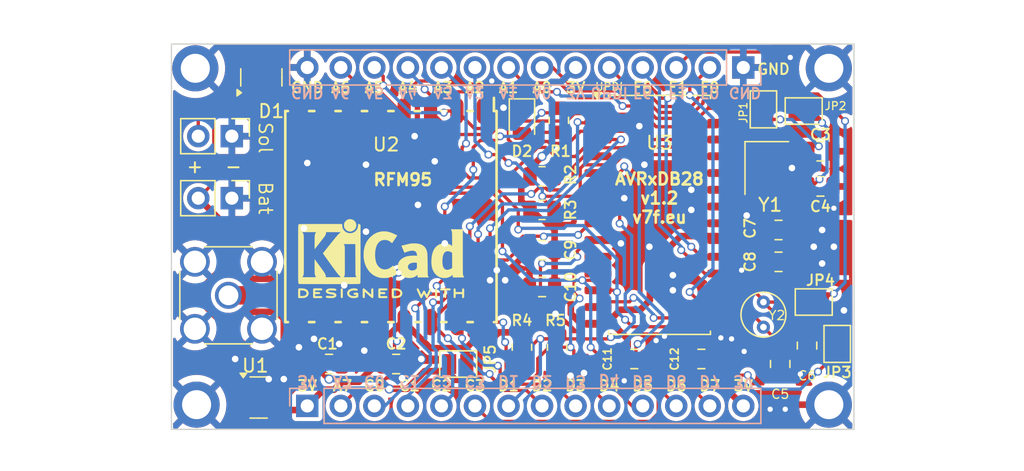
<source format=kicad_pcb>
(kicad_pcb (version 20241229) (generator "pcbnew") (generator_version "9.0")
  (title_block (title "AVR RFM95 805 board") (date "2025-02-21") (rev "1.2") (company "http://v7f.eu"))
  (layers (0 "F.Cu" signal) (2 "B.Cu" signal) (13 "F.Paste" user) (15 "B.Paste" user) (5 "F.SilkS" user "F.Silkscreen") (7 "B.SilkS" user "B.Silkscreen") (1 "F.Mask" user) (3 "B.Mask" user) (25 "Edge.Cuts" user))
  (net 0 "")
  (net 1 "Net-(D2-A)")
  (net 2 "Net-(J3-In)")
  (net 4 "GND")
  (net 5 "VCC")
  (net 7 "/3V3")
  (net 8 "Net-(D1-A)")
  (net 9 "/A0")
  (net 10 "/A1")
  (net 11 "/F0")
  (net 12 "/F1")
  (net 14 "/A7")
  (net 15 "/C0")
  (net 16 "/C1")
  (net 17 "/C2")
  (net 18 "/C3")
  (net 19 "/D1")
  (net 20 "/D2")
  (net 21 "/D3")
  (net 22 "/D4")
  (net 23 "/D5")
  (net 24 "/D6")
  (net 25 "/D7")
  (net 26 "/A6")
  (net 27 "/A5")
  (net 28 "/A4")
  (net 29 "/A3")
  (net 30 "/A2")
  (net 31 "/CA1")
  (net 32 "/CA0")
  (net 33 "/UPDI")
  (net 34 "/F6")
  (net 35 "/CF1")
  (net 36 "/CF0")
  (footprint "Capacitor_SMD:C_0805_2012Metric" (layer "F.Cu") (at 84.709 105.918)
    (property "Reference" "C2")
    (property "Value" "1uF")
  )
  (footprint "Capacitor_SMD:C_0805_2012Metric" (layer "F.Cu") (at 116.84 89.789)
    (property "Reference" "C3")
    (property "Value" "20pF")
  )
  (footprint "Capacitor_SMD:C_0805_2012Metric" (layer "F.Cu") (at 116.84 92.456)
    (property "Reference" "C4")
    (property "Value" "20pF")
  )
  (footprint "Capacitor_SMD:C_0805_2012Metric" (layer "F.Cu") (at 113.665 95.758 180)
    (property "Reference" "C7")
    (property "Value" "100nF")
  )
  (footprint "Capacitor_SMD:C_0805_2012Metric" (layer "F.Cu") (at 113.665 98.171 180)
    (property "Reference" "C8")
    (property "Value" "1uF")
  )
  (footprint "Capacitor_SMD:C_0805_2012Metric" (layer "F.Cu") (at 95.758 97.282)
    (property "Reference" "C9")
    (property "Value" "100nF")
  )
  (footprint "Capacitor_SMD:C_0805_2012Metric" (layer "F.Cu") (at 95.758 100.076)
    (property "Reference" "C10")
    (property "Value" "1uF")
  )
  (footprint "Capacitor_SMD:C_0805_2012Metric" (layer "F.Cu") (at 102.743 105.537 180)
    (property "Reference" "C11")
    (property "Value" "100nF")
  )
  (footprint "LED_SMD:LED_0805_2012Metric" (layer "F.Cu") (at 94.234 87.503 -90)
    (property "Reference" "D2")
    (property "Value" "LED")
  )
  (footprint "Connector_PinHeader_2.54mm:PinHeader_1x02_P2.54mm_Vertical" (layer "F.Cu") (at 72.263 93.345 -90)
    (property "Reference" "J1" (hide yes))
    (property "Value" "Batt")
  )
  (footprint "Connector_PinHeader_2.54mm:PinHeader_1x02_P2.54mm_Vertical" (layer "F.Cu") (at 72.263 88.646 -90)
    (property "Reference" "J2" (hide yes))
    (property "Value" "Solar")
  )
  (footprint "Jumper:SolderJumper-2_P1.3mm_Open_Pad1.0x1.5mm" (layer "F.Cu") (at 118.11 104.394 -90)
    (property "Reference" "JP3")
    (property "Value" "SolderJumper_2_Open")
  )
  (footprint "Jumper:SolderJumper-2_P1.3mm_Open_Pad1.0x1.5mm" (layer "F.Cu") (at 116.332 101.219)
    (property "Reference" "JP4")
    (property "Value" "SolderJumper_2_Open")
  )
  (footprint "Jumper:SolderJumper-2_P1.3mm_Open_Pad1.0x1.5mm" (layer "F.Cu") (at 89.408 105.918)
    (property "Reference" "JP5")
    (property "Value" "Close when no MCP1700")
  )
  (footprint "Resistor_SMD:R_0805_2012Metric" (layer "F.Cu") (at 97.028 87.4415 -90)
    (property "Reference" "R1")
    (property "Value" "100R")
  )
  (footprint "Resistor_SMD:R_0805_2012Metric" (layer "F.Cu") (at 95.758 94.234)
    (property "Reference" "R3")
    (property "Value" "4K7")
  )
  (footprint "Resistor_SMD:R_0805_2012Metric" (layer "F.Cu") (at 94.234 104.648 -90)
    (property "Reference" "R4")
    (property "Value" "1M")
  )
  (footprint "Resistor_SMD:R_0805_2012Metric" (layer "F.Cu") (at 96.901 104.648 -90)
    (property "Reference" "R5")
    (property "Value" "1M")
  )
  (footprint "Package_TO_SOT_SMD:SOT-23" (layer "F.Cu") (at 74.295 108.458)
    (property "Reference" "U1")
    (property "Value" "MCP1700-3302E_SOT23")
  )
  (footprint "RFM:RFM95" (layer "F.Cu") (at 91.313 86.741 -90)
    (property "Reference" "U2")
    (property "Value" "RFM95HW")
  )
  (footprint "Package_SO:SOIC-28W_7.5x17.9mm_P1.27mm" (layer "F.Cu") (at 104.648 94.615)
    (property "Reference" "U3")
    (property "Value" "AVR128DB28")
  )
  (footprint "Jumper:SolderJumper-2_P1.3mm_Open_Pad1.0x1.5mm" (layer "F.Cu") (at 115.57 86.741 180)
    (property "Reference" "JP2")
    (property "Value" "SolderJumper_2_Open")
  )
  (footprint "Resistor_SMD:R_0805_2012Metric" (layer "F.Cu") (at 95.758 91.694)
    (property "Reference" "R2")
    (property "Value" "4K7")
  )
  (footprint "MountingHole:MountingHole_2.2mm_M2_ISO7380_Pad" (layer "F.Cu") (at 117.475 83.5)
    (property "Reference" "REF**" (hide yes))
    (property "Value" "MountingHole_2.2mm_M2_ISO7380_Pad")
  )
  (footprint "Jumper:SolderJumper-2_P1.3mm_Open_Pad1.0x1.5mm" (layer "F.Cu") (at 112.522 86.614 90)
    (property "Reference" "JP1")
    (property "Value" "SolderJumper_2_Open")
  )
  (footprint "Crystal:Crystal_SMD_Abracon_ABM8G-4Pin_3.2x2.5mm" (layer "F.Cu") (at 112.776 91.059 -90)
    (property "Reference" "Y1")
    (property "Value" "24MHz")
  )
  (footprint "Crystal:Crystal_Round_D3.0mm_Vertical" (layer "F.Cu") (at 112.522 103.124 90)
    (property "Reference" "Y2")
    (property "Value" "32768Hz")
  )
  (footprint "MountingHole:MountingHole_2.2mm_M2_ISO7380_Pad" (layer "F.Cu") (at 117.475 109)
    (property "Reference" "REF**" (hide yes))
    (property "Value" "MountingHole_2.2mm_M2_ISO7380_Pad")
  )
  (footprint "Connector_Coaxial:SMA_Amphenol_132134_Vertical" (layer "F.Cu") (at 72.009 100.711)
    (property "Reference" "J3" (hide yes))
    (property "Value" "SMA")
  )
  (footprint "MountingHole:MountingHole_2.2mm_M2_ISO7380_Pad" (layer "F.Cu") (at 69.596 109)
    (property "Reference" "REF**" (hide yes))
    (property "Value" "MountingHole_2.2mm_M2_ISO7380_Pad")
  )
  (footprint "MountingHole:MountingHole_2.2mm_M2_ISO7380_Pad" (layer "F.Cu") (at 69.5 83.5)
    (property "Reference" "REF**" (hide yes))
    (property "Value" "MountingHole_2.2mm_M2_ISO7380_Pad")
  )
  (footprint "Capacitor_SMD:C_0805_2012Metric" (layer "F.Cu") (at 107.823 105.537 180)
    (property "Reference" "C12")
    (property "Value" "1uF")
  )
  (footprint "Capacitor_SMD:C_0805_2012Metric" (layer "F.Cu") (at 79.629 105.918)
    (property "Reference" "C1")
    (property "Value" "1uF")
  )
  (footprint "Symbol:KiCad-Logo2_5mm_SilkScreen" (layer "F.Cu") (at 83.566 97.917)
    (property "Reference" "REF**" (hide yes))
    (property "Value" "KiCad-Logo2_5mm_SilkScreen" (hide yes))
  )
  (footprint "Capacitor_SMD:C_0805_2012Metric" (layer "F.Cu") (at 113.792 105.918 -90)
    (property "Reference" "C5")
    (property "Value" "10pF")
  )
  (footprint "Capacitor_SMD:C_0805_2012Metric" (layer "F.Cu") (at 115.824 104.521 -90)
    (property "Reference" "C6")
    (property "Value" "10pF")
  )
  (footprint "Package_TO_SOT_SMD:SOT-23" (layer "F.Cu") (at 74.5 84.1875 90)
    (property "Reference" "D1")
    (property "Value" "BAT54S")
  )
  (footprint "Connector_PinHeader_2.54mm:PinHeader_1x14_P2.54mm_Vertical" (layer "B.Cu") (at 110.998 83.439 90)
    (property "Reference" "J5" (hide yes))
    (property "Value" "CONN_01X14")
  )
  (footprint "Connector_PinHeader_2.54mm:PinHeader_1x14_P2.54mm_Vertical" (layer "B.Cu") (at 77.978 109.093 -90)
    (property "Reference" "J4" (hide yes))
    (property "Value" "CONN_01X14")
  )
  (gr_line (start 67.691 110.871) (end 67.691 81.661) (stroke (width 0.1)) (layer "Edge.Cuts"))
  (gr_line (start 119.38 81.661) (end 119.38 110.871) (stroke (width 0.1)) (layer "Edge.Cuts"))
  (gr_line (start 67.691 81.661) (end 119.38 81.661) (stroke (width 0.1)) (layer "Edge.Cuts"))
  (gr_line (start 119.38 110.871) (end 67.691 110.871) (stroke (width 0.1)) (layer "Edge.Cuts"))
  (gr_text "-" (at 72.39 90.932 0) (layer "F.SilkS") (effects (font (size 1 1))))
  (gr_text "+" (at 69.469 90.932 0) (layer "F.SilkS") (effects (font (size 1 1))))
  (gr_text "Sol" (at 74.803 88.773 270) (layer "F.SilkS") (effects (font (size 1 1) (thickness 0.125))))
  (gr_text "A6" (at 80.518 84.963 0) (layer "F.SilkS") (effects (font (size 0.8 0.8))))
  (gr_text "A5" (at 83.058 84.963 0) (layer "F.SilkS") (effects (font (size 0.8 0.8))))
  (gr_text "A4" (at 85.598 84.963 0) (layer "F.SilkS") (effects (font (size 0.8 0.8))))
  (gr_text "A3" (at 88.265 84.963 0) (layer "F.SilkS") (effects (font (size 0.8 0.8))))
  (gr_text "A2" (at 90.678 84.963 0) (layer "F.SilkS") (effects (font (size 0.8 0.8))))
  (gr_text "A1" (at 93.218 84.963 0) (layer "F.SilkS") (effects (font (size 0.8 0.8))))
  (gr_text "A0" (at 95.758 84.963 0) (layer "F.SilkS") (effects (font (size 0.8 0.8))))
  (gr_text "3V" (at 98.298 84.963 0) (layer "F.SilkS") (effects (font (size 0.8 0.8))))
  (gr_text "UPDI" (at 100.838 84.9 0) (layer "F.SilkS") (effects (font (size 0.6 0.6) (thickness 0.1) (bold yes))))
  (gr_text "F6" (at 103.378 84.963 0) (layer "F.SilkS") (effects (font (size 0.8 0.8))))
  (gr_text "F1" (at 106.045 84.963 0) (layer "F.SilkS") (effects (font (size 0.8 0.8))))
  (gr_text "F0" (at 108.458 84.963 0) (layer "F.SilkS") (effects (font (size 0.8 0.8))))
  (gr_text "GND" (at 113.284 83.566 0) (layer "F.SilkS") (effects (font (size 0.8 0.8))))
  (gr_text "3V" (at 77.978 107.569 0) (layer "F.SilkS") (effects (font (size 0.8 0.8))))
  (gr_text "A7" (at 80.645 107.569 0) (layer "F.SilkS") (effects (font (size 0.8 0.8))))
  (gr_text "C0" (at 83.058 107.569 0) (layer "F.SilkS") (effects (font (size 0.8 0.8))))
  (gr_text "C1" (at 85.725 107.569 0) (layer "F.SilkS") (effects (font (size 0.8 0.8))))
  (gr_text "C2" (at 88.138 107.569 0) (layer "F.SilkS") (effects (font (size 0.8 0.8))))
  (gr_text "C3" (at 90.678 107.569 0) (layer "F.SilkS") (effects (font (size 0.8 0.8))))
  (gr_text "D1" (at 93.218 107.569 0) (layer "F.SilkS") (effects (font (size 0.8 0.8))))
  (gr_text "D2" (at 95.758 107.569 0) (layer "F.SilkS") (effects (font (size 0.8 0.8))))
  (gr_text "D3" (at 98.298 107.569 0) (layer "F.SilkS") (effects (font (size 0.8 0.8))))
  (gr_text "D4" (at 100.838 107.569 0) (layer "F.SilkS") (effects (font (size 0.8 0.8))))
  (gr_text "D5" (at 103.378 107.569 0) (layer "F.SilkS") (effects (font (size 0.8 0.8))))
  (gr_text "D6" (at 105.918 107.569 0) (layer "F.SilkS") (effects (font (size 0.8 0.8))))
  (gr_text "D7" (at 108.458 107.569 0) (layer "F.SilkS") (effects (font (size 0.8 0.8))))
  (gr_text "3V" (at 110.998 107.569 0) (layer "F.SilkS") (effects (font (size 0.8 0.8))))
  (gr_text "RFM95" (at 85.217 91.948 0) (layer "F.SilkS") (effects (font (size 0.9 0.9) (thickness 0.2))))
  (gr_text "GND" (at 77.978 84.963 0) (layer "F.SilkS") (effects (font (size 0.8 0.8))))
  (gr_text "Bat" (at 74.803 93.345 270) (layer "F.SilkS") (effects (font (size 1 1) (thickness 0.125))))
  (gr_text "AVRxDB28\nv1.2\nv7f.eu" (at 104.648 93.345 0) (layer "F.SilkS") (effects (font (size 0.9 0.9) (thickness 0.2))))
  (gr_text "A4" (at 85.598 85.344 180) (layer "B.SilkS") (effects (font (size 0.8 0.8)) (justify mirror)))
  (gr_text "3V" (at 98.298 85.344 180) (layer "B.SilkS") (effects (font (size 0.8 0.8)) (justify mirror)))
  (gr_text "A3" (at 88.265 85.344 180) (layer "B.SilkS") (effects (font (size 0.8 0.8)) (justify mirror)))
  (gr_text "F6" (at 103.378 85.344 180) (layer "B.SilkS") (effects (font (size 0.8 0.8)) (justify mirror)))
  (gr_text "A0" (at 95.758 85.344 180) (layer "B.SilkS") (effects (font (size 0.8 0.8)) (justify mirror)))
  (gr_text "A1" (at 93.218 85.344 180) (layer "B.SilkS") (effects (font (size 0.8 0.8)) (justify mirror)))
  (gr_text "A2" (at 90.678 85.344 180) (layer "B.SilkS") (effects (font (size 0.8 0.8)) (justify mirror)))
  (gr_text "F0" (at 108.458 85.344 180) (layer "B.SilkS") (effects (font (size 0.8 0.8)) (justify mirror)))
  (gr_text "GND" (at 111.125 85.344 180) (layer "B.SilkS") (effects (font (size 0.8 0.8)) (justify mirror)))
  (gr_text "A6" (at 80.518 85.344 180) (layer "B.SilkS") (effects (font (size 0.8 0.8)) (justify mirror)))
  (gr_text "GND" (at 77.978 85.344 180) (layer "B.SilkS") (effects (font (size 0.8 0.8)) (justify mirror)))
  (gr_text "UPDI" (at 100.838 85.344 180) (layer "B.SilkS") (effects (font (size 0.8 0.8)) (justify mirror)))
  (gr_text "F1" (at 106.045 85.344 180) (layer "B.SilkS") (effects (font (size 0.8 0.8)) (justify mirror)))
  (gr_text "A5" (at 83.058 85.344 180) (layer "B.SilkS") (effects (font (size 0.8 0.8)) (justify mirror)))
  (gr_text "3V" (at 110.998 107.188 180) (layer "B.SilkS") (effects (font (size 0.8 0.8)) (justify mirror)))
  (gr_text "C3" (at 90.678 107.188 180) (layer "B.SilkS") (effects (font (size 0.8 0.8)) (justify mirror)))
  (gr_text "3V" (at 77.978 107.188 180) (layer "B.SilkS") (effects (font (size 0.8 0.8)) (justify mirror)))
  (gr_text "D2" (at 95.758 107.188 180) (layer "B.SilkS") (effects (font (size 0.8 0.8)) (justify mirror)))
  (gr_text "C2" (at 88.138 107.188 180) (layer "B.SilkS") (effects (font (size 0.8 0.8)) (justify mirror)))
  (gr_text "D1" (at 93.218 107.188 180) (layer "B.SilkS") (effects (font (size 0.8 0.8)) (justify mirror)))
  (gr_text "D3" (at 98.298 107.188 180) (layer "B.SilkS") (effects (font (size 0.8 0.8)) (justify mirror)))
  (gr_text "C0" (at 83.058 107.188 180) (layer "B.SilkS") (effects (font (size 0.8 0.8)) (justify mirror)))
  (gr_text "A7" (at 80.645 107.188 180) (layer "B.SilkS") (effects (font (size 0.8 0.8)) (justify mirror)))
  (gr_text "C1" (at 85.725 107.188 180) (layer "B.SilkS") (effects (font (size 0.8 0.8)) (justify mirror)))
  (gr_text "D5" (at 103.378 107.188 180) (layer "B.SilkS") (effects (font (size 0.8 0.8)) (justify mirror)))
  (gr_text "D7" (at 108.458 107.188 180) (layer "B.SilkS") (effects (font (size 0.8 0.8)) (justify mirror)))
  (gr_text "D4" (at 100.838 107.1 180) (layer "B.SilkS") (effects (font (size 0.8 0.8)) (justify mirror)))
  (gr_text "D6" (at 105.918 107.188 180) (layer "B.SilkS") (effects (font (size 0.8 0.8)) (justify mirror)))
  (segment (start 94.3205 88.354) (end 94.234 88.4405) (width 0.25) (layer "F.Cu") (net 1))
  (segment (start 97.028 88.354) (end 94.3205 88.354) (width 0.25) (layer "F.Cu") (net 1))
  (segment (start 75.678 100.711) (end 72.009 100.711) (width 1.4) (layer "F.Cu") (net 2))
  (segment (start 77.313 102.1485) (end 75.8755 100.711) (width 1) (layer "F.Cu") (net 2))
  (segment (start 77.313 102.346) (end 77.313 102.1485) (width 1) (layer "F.Cu") (net 2))
  (segment (start 75.8755 100.711) (end 75.678 100.711) (width 1) (layer "F.Cu") (net 2))
  (segment (start 111.0615 104.9655) (end 111.252 105.156) (width 0.7) (layer "F.Cu") (net 4))
  (segment (start 73.52284 101.96068) (end 75.68184 101.96068) (width 0.5) (layer "F.Cu") (net 4))
  (segment (start 112.926 90.659) (end 113.626 89.959) (width 0.25) (layer "F.Cu") (net 4))
  (segment (start 111.926 92.059) (end 111.926 92.159) (width 0.25) (layer "F.Cu") (net 4))
  (segment (start 91.313 86.741) (end 91.156517 86.741) (width 0.5) (layer "F.Cu") (net 4))
  (segment (start 75.057 107.061) (end 74.624986 106.71801) (width 0.5) (layer "F.Cu") (net 4))
  (segment (start 96.901 106.1105) (end 98.638672 106.1105) (width 0.7) (layer "F.Cu") (net 4))
  (segment (start 98.638672 106.1105) (end 99.128985 106.600813) (width 0.7) (layer "F.Cu") (net 4))
  (segment (start 94.234 86.484) (end 92.922959 86.484) (width 0.5) (layer "F.Cu") (net 4))
  (segment (start 117.475 109) (end 114.808 109) (width 0.5) (layer "F.Cu") (net 4))
  (segment (start 76.259607 104.453607) (end 76.2 104.394) (width 0.5) (layer "F.Cu") (net 4))
  (segment (start 80.579 105.393) (end 80.579 105.918) (width 0.5) (layer "F.Cu") (net 4))
  (segment (start 79.313 102.741) (end 79.359726 102.787726) (width 0.5) (layer "F.Cu") (net 4))
  (segment (start 112.926 91.059) (end 111.926 92.059) (width 0.25) (layer "F.Cu") (net 4))
  (segment (start 116.254 96.95) (end 116.332 97.028) (width 0.7) (layer "F.Cu") (net 4))
  (segment (start 92.329 98.806) (end 93.284 98.806) (width 0.5) (layer "F.Cu") (net 4))
  (segment (start 93.85 86.741) (end 94.234 86.357) (width 0.5) (layer "F.Cu") (net 4))
  (segment (start 79.313 102.741) (end 79.313 104.127) (width 0.5) (layer "F.Cu") (net 4))
  (segment (start 75.692 101.981) (end 76.2 102.489) (width 0.5) (layer "F.Cu") (net 4))
  (segment (start 80.772 99.949) (end 80.38399 99.56099) (width 0.5) (layer "F.Cu") (net 4))
  (segment (start 85.153528 106.993519) (end 86.610051 105.536996) (width 0.5) (layer "F.Cu") (net 4))
  (segment (start 94.283 100.076) (end 93.472 100.076) (width 0.5) (layer "F.Cu") (net 4))
  (segment (start 114.554 91.059) (end 114.681 91.059) (width 0.2) (layer "F.Cu") (net 4))
  (segment (start 109.298 102.87) (end 111.125 102.87) (width 0.5) (layer "F.Cu") (net 4))
  (segment (start 78.486 104.013) (end 78.045393 104.453607) (width 0.5) (layer "F.Cu") (net 4))
  (segment (start 93.472 100.076) (end 92.964 99.568) (width 0.5) (layer "F.Cu") (net 4))
  (segment (start 78.045393 104.453607) (end 76.259607 104.453607) (width 0.5) (layer "F.Cu") (net 4))
  (segment (start 76.2 104.394) (end 76.2 102.489) (width 0.5) (layer "F.Cu") (net 4))
  (segment (start 86.232996 105.918) (end 86.614 105.536996) (width 0.5) (layer "F.Cu") (net 4))
  (segment (start 79.313 103.186) (end 78.486 104.013) (width 0.5) (layer "F.Cu") (net 4))
  (segment (start 112.926 91.059) (end 112.926 90.659) (width 0.25) (layer "F.Cu") (net 4))
  (segment (start 80.373194 99.45624) (end 73.04024 99.45624) (width 0.5) (layer "F.Cu") (net 4))
  (segment (start 85.38154 105.918) (end 86.232996 105.918) (width 0.5) (layer "F.Cu") (net 4))
  (segment (start 92.583 86.741) (end 93.85 86.741) (width 0.5) (layer "F.Cu") (net 4))
  (segment (start 86.610051 105.536996) (end 86.614 105.536996) (width 0.5) (layer "F.Cu") (net 4))
  (segment (start 79.541 102.969) (end 79.313 102.741) (width 0.5) (layer "F.Cu") (net 4))
  (segment (start 79.313 104.127) (end 80.579 105.393) (width 0.5) (layer "F.Cu") (net 4))
  (segment (start 76.2 107.061) (end 75.057 107.061) (width 0.5) (layer "F.Cu") (net 4))
  (segment (start 113.626 90.004) (end 114.681 91.059) (width 0.5) (layer "F.Cu") (net 4))
  (segment (start 92.922959 86.484) (end 92.583 86.823959) (width 0.5) (layer "F.Cu") (net 4))
  (segment (start 93.284 98.806) (end 94.808 97.282) (width 0.5) (layer "F.Cu") (net 4))
  (segment (start 113.626 89.959) (end 113.626 90.004) (width 0.5) (layer "F.Cu") (net 4))
  (via (at 116.967 95.758) (size 0.7) (drill 0.5) (layers "F.Cu" "B.Cu") (net 4))
  (via (at 116.967 98.298) (size 0.7) (drill 0.5) (layers "F.Cu" "B.Cu") (net 4))
  (via (at 87.63 90.551) (size 0.7) (drill 0.5) (layers "F.Cu" "B.Cu") (net 4))
  (via (at 88.392 96.774) (size 0.7) (drill 0.5) (layers "F.Cu" "B.Cu") (net 4))
  (via (at 105.664 99.187) (size 0.7) (drill 0.5) (layers "F.Cu" "B.Cu") (net 4))
  (via (at 101.727 96.774) (size 0.7) (drill 0.5) (layers "F.Cu" "B.Cu") (net 4))
  (via (at 103.505 90.805) (size 0.7) (drill 0.5) (layers "F.Cu" "B.Cu") (net 4))
  (via (at 105.664 100.33) (size 0.7) (drill 0.5) (layers "F.Cu" "B.Cu") (net 4))
  (via (at 107.061 92.71) (size 0.7) (drill 0.5) (layers "F.Cu" "B.Cu") (net 4))
  (via (at 86.106 88.646) (size 0.7) (drill 0.5) (layers "F.Cu" "B.Cu") (net 4))
  (via (at 104.394 104.14) (size 0.6) (drill 0.4) (layers "F.Cu" "B.Cu") (net 4))
  (via (at 117.856 97.028) (size 0.7) (drill 0.5) (layers "F.Cu" "B.Cu") (net 4))
  (via (at 91.821 99.568) (size 0.7) (drill 0.5) (layers "F.Cu" "B.Cu") (net 4))
  (via (at 92.329 98.806) (size 0.7) (drill 0.5) (layers "F.Cu" "B.Cu") (net 4))
  (via (at 97.917 106.807) (size 0.7) (drill 0.5) (layers "F.Cu" "B.Cu") (net 4))
  (via (at 96.774 102.108) (size 0.7) (drill 0.5) (layers "F.Cu" "B.Cu") (net 4))
  (via (at 103.124 87.884) (size 0.7) (drill 0.5) (layers "F.Cu" "B.Cu") (net 4))
  (via (at 101.981 107.188) (size 0.6) (drill 0.4) (layers "F.Cu" "B.Cu") (net 4))
  (via (at 82.296 104.902) (size 0.7) (drill 0.5) (layers "F.Cu" "B.Cu") (net 4))
  (via (at 109.298 103.935) (size 0.6) (drill 0.4) (layers "F.Cu" "B.Cu") (net 4))
  (via (at 82.423 90.805) (size 0.7) (drill 0.5) (layers "F.Cu" "B.Cu") (net 4))
  (via (at 110.871 98.806) (size 0.6) (drill 0.4) (layers "F.Cu" "B.Cu") (net 4))
  (via (at 77.343 104.648) (size 0.7) (drill 0.5) (layers "F.Cu" "B.Cu") (net 4))
  (via (at 107.061 94.234) (size 0.7) (drill 0.5) (layers "F.Cu" "B.Cu") (net 4))
  (via (at 92.964 99.568) (size 0.7) (drill 0.5) (layers "F.Cu" "B.Cu") (net 4))
  (via (at 101.981 93.345) (size 0.7) (drill 0.5) (layers "F.Cu" "B.Cu") (net 4))
  (via (at 103.886 97.028) (size 0.7) (drill 0.5) (layers "F.Cu" "B.Cu") (net 4))
  (via (at 118.618 101.854) (size 0.7) (drill 0.5) (layers "F.Cu" "B.Cu") (net 4))
  (via (at 76.2 107.061) (size 0.7) (drill 0.5) (layers "F.Cu" "B.Cu") (net 4))
  (via (at 82.423 95.885) (size 0.7) (drill 0.5) (layers "F.Cu" "B.Cu") (net 4))
  (via (at 113.03 109.347) (size 0.6) (drill 0.4) (layers "F.Cu" "B.Cu") (net 4))
  (via (at 77.978 90.678) (size 0.7) (drill 0.5) (layers "F.Cu" "B.Cu") (net 4))
  (via (at 114.554 82.677) (size 0.6) (drill 0.4) (layers "F.Cu" "B.Cu") (net 4))
  (via (at 117.856 94.107) (size 0.6) (drill 0.4) (layers "F.Cu" "B.Cu") (net 4))
  (via (at 86.36 93.853) (size 0.7) (drill 0.5) (layers "F.Cu" "B.Cu") (net 4))
  (via (at 91.948 84.455) (size 0.6) (drill 0.4) (layers "F.Cu" "B.Cu") (net 4))
  (via (at 98.933 106.600813) (size 0.7) (drill 0.5) (layers "F.Cu" "B.Cu") (net 4))
  (via (at 78.486 104.013) (size 0.7) (drill 0.5) (layers "F.Cu" "B.Cu") (net 4))
  (via (at 80.391 104.394) (size 0.7) (drill 0.5) (layers "F.Cu" "B.Cu") (net 4))
  (via (at 116.332 97.028) (size 0.7) (drill 0.5) (layers "F.Cu" "B.Cu") (net 4))
  (via (at 72.517 105.537) (size 0.7) (drill 0.5) (layers "F.Cu" "B.Cu") (net 4))
  (via (at 105.029 103.813493) (size 0.6) (drill 0.4) (layers "F.Cu" "B.Cu") (net 4))
  (via (at 75.057 107.061) (size 0.7) (drill 0.5) (layers "F.Cu" "B.Cu") (net 4))
  (via (at 92.837 86.487) (size 0.7) (drill 0.5) (layers "F.Cu" "B.Cu") (net 4))
  (via (at 114.173 109.347) (size 0.6) (drill 0.4) (layers "F.Cu" "B.Cu") (net 4))
  (via (at 111.0615 104.9655) (size 0.6) (drill 0.4) (layers "F.Cu" "B.Cu") (net 4))
  (via (at 85.153528 106.993519) (size 0.7) (drill 0.5) (layers "F.Cu" "B.Cu") (net 4))
  (via (at 86.614 105.536996) (size 0.7) (drill 0.5) (layers "F.Cu" "B.Cu") (net 4))
  (via (at 80.772 99.949) (size 0.7) (drill 0.5) (layers "F.Cu" "B.Cu") (net 4))
  (via (at 114.681 91.059) (size 0.7) (drill 0.5) (layers "F.Cu" "B.Cu") (net 4))
  (via (at 111.252 94.6585) (size 0.7) (drill 0.5) (layers "F.Cu" "B.Cu") (net 4))
  (via (at 115.316 106.68) (size 0.6) (drill 0.4) (layers "F.Cu" "B.Cu") (net 4))
  (via (at 77.724 95.631) (size 0.7) (drill 0.5) (layers "F.Cu" "B.Cu") (net 4))
  (via (at 110.109 104.013) (size 0.6) (drill 0.4) (layers "F.Cu" "B.Cu") (net 4))
  (segment (start 96.531998 104.754002) (end 96.531998 101.357998) (width 0.5) (layer "B.Cu") (net 4))
  (segment (start 96.531998 101.357998) (end 95.377 100.203) (width 0.5) (layer "B.Cu") (net 4))
  (segment (start 76.2 107.061) (end 76.327 105.96881) (width 0.5) (layer "B.Cu") (net 4))
  (segment (start 81.91052 106.04052) (end 86.110476 106.04052) (width 0.5) (layer "B.Cu") (net 4))
  (segment (start 97.568996 105.791) (end 96.531998 104.754002) (width 0.5) (layer "B.Cu") (net 4))
  (segment (start 86.110476 106.04052) (end 86.614 105.536996) (width 0.5) (layer "B.Cu") (net 4))
  (segment (start 98.171 105.791) (end 97.568996 105.791) (width 0.5) (layer "B.Cu") (net 4))
  (segment (start 76.88581 105.41) (end 76.327 105.96881) (width 0.5) (layer "B.Cu") (net 4))
  (segment (start 78.154 106.549) (end 78.154 105.918) (width 0.5) (layer "F.Cu") (net 5))
  (segment (start 88.758 106.678002) (end 88.758 105.918) (width 0.5) (layer "F.Cu") (net 5))
  (segment (start 78.154 105.918) (end 74.653499 105.918) (width 0.5) (layer "F.Cu") (net 5))
  (segment (start 90.918001 107.118001) (end 89.197999 107.118001) (width 0.5) (layer "F.Cu") (net 5))
  (segment (start 69.723 93.345) (end 70.898001 92.169999) (width 0.25) (layer "F.Cu") (net 5))
  (segment (start 84.203868 107.793521) (end 84.190245 107.807144) (width 0.5) (layer "F.Cu") (net 5))
  (segment (start 94.234 103.7355) (end 94.015498 103.516998) (width 0.5) (layer "F.Cu") (net 5))
  (segment (start 69.85 101.114501) (end 69.85 100.33) (width 0.5) (layer "F.Cu") (net 5))
  (segment (start 74.5 85.589822) (end 74.5 83.25) (width 0.25) (layer "F.Cu") (net 5))
  (segment (start 85.53753 107.793521) (end 84.203868 107.793521) (width 0.5) (layer "F.Cu") (net 5))
  (segment (start 72.987823 87.101999) (end 74.5 85.589822) (width 0.25) (layer "F.Cu") (net 5))
  (segment (start 89.197999 107.118001) (end 88.758 106.678002) (width 0.5) (layer "F.Cu") (net 5))
  (segment (start 69.85 100.33) (end 71.374 98.806) (width 0.5) (layer "F.Cu") (net 5))
  (segment (start 88.211998 106.464002) (end 86.867049 106.464002) (width 0.5) (layer "F.Cu") (net 5))
  (segment (start 91.008001 107.028001) (end 90.918001 107.118001) (width 0.5) (layer "F.Cu") (net 5))
  (segment (start 74.653499 105.918) (end 69.85 101.114501) (width 0.5) (layer "F.Cu") (net 5))
  (segment (start 78.154 105.918) (end 78.486 105.918) (width 0.5) (layer "F.Cu") (net 5))
  (segment (start 71.374 98.806) (end 71.374 94.996) (width 0.5) (layer "F.Cu") (net 5))
  (segment (start 86.867049 106.464002) (end 85.53753 107.793521) (width 0.5) (layer "F.Cu") (net 5))
  (segment (start 75.295 108.458) (end 76.245 108.458) (width 0.5) (layer "F.Cu") (net 5))
  (segment (start 71.374 94.996) (end 69.723 93.345) (width 0.5) (layer "F.Cu") (net 5))
  (segment (start 94.015498 103.516998) (end 92.476998 103.516998) (width 0.5) (layer "F.Cu") (net 5))
  (segment (start 78.486 105.918) (end 79.629 107.061) (width 0.5) (layer "F.Cu") (net 5))
  (segment (start 91.008001 104.985995) (end 91.008001 107.028001) (width 0.5) (layer "F.Cu") (net 5))
  (segment (start 92.476998 103.516998) (end 91.008001 104.985995) (width 0.5) (layer "F.Cu") (net 5))
  (segment (start 70.898001 92.169999) (end 70.898001 87.101999) (width 0.25) (layer "F.Cu") (net 5))
  (segment (start 88.758 105.918) (end 88.211998 106.464002) (width 0.5) (layer "F.Cu") (net 5))
  (segment (start 70.898001 87.101999) (end 72.987823 87.101999) (width 0.25) (layer "F.Cu") (net 5))
  (segment (start 76.245 108.458) (end 78.154 106.549) (width 0.5) (layer "F.Cu") (net 5))
  (via (at 79.629 107.061) (size 0.7) (drill 0.5) (layers "F.Cu" "B.Cu") (net 5))
  (via (at 84.190245 107.807144) (size 0.7) (drill 0.5) (layers "F.Cu" "B.Cu") (net 5))
  (segment (start 83.444101 107.061) (end 79.629 107.061) (width 0.5) (layer "B.Cu") (net 5))
  (segment (start 84.190245 107.807144) (end 83.444101 107.061) (width 0.5) (layer "B.Cu") (net 5))
  (segment (start 90.058 104.668) (end 90.539003 104.186997) (width 0.5) (layer "F.Cu") (net 7))
  (segment (start 85.313 102.741) (end 87.289999 104.717999) (width 0.5) (layer "F.Cu") (net 7))
  (segment (start 103.196009 101.805054) (end 101.687045 101.805054) (width 0.5) (layer "F.Cu") (net 7))
  (segment (start 106.250996 96.22) (end 103.9205 98.550496) (width 0.5) (layer "F.Cu") (net 7))
  (segment (start 95.038744 94.234) (end 96.138754 95.33401) (width 0.4) (layer "F.Cu") (net 7))
  (segment (start 99.334078 92.71) (end 99.998 92.71) (width 0.4) (layer "F.Cu") (net 7))
  (segment (start 94.8455 91.694) (end 94.8455 91.085519) (width 0.5) (layer "F.Cu") (net 7))
  (segment (start 87.289999 104.717999) (end 89.32927 104.717999) (width 0.5) (layer "F.Cu") (net 7))
  (segment (start 96.138754 95.33401) (end 97.977246 95.33401) (width 0.4) (layer "F.Cu") (net 7))
  (segment (start 96.708 100.076) (end 96.708 97.282) (width 0.5) (layer "F.Cu") (net 7))
  (segment (start 93.671612 101.29099) (end 94.081643 101.701021) (width 0.5) (layer "F.Cu") (net 7))
  (segment (start 110.998 109.093) (end 109.347 107.442) (width 0.5) (layer "F.Cu") (net 7))
  (segment (start 89.333128 104.721857) (end 89.621859 104.721857) (width 0.5) (layer "F.Cu") (net 7))
  (segment (start 90.539003 103.81052) (end 90.36299 103.634507) (width 0.5) (layer "F.Cu") (net 7))
  (segment (start 77.978 109.093) (end 77.663 109.408) (width 0.5) (layer "F.Cu") (net 7))
  (segment (start 96.708 97.282) (end 96.708 95.742) (width 0.5) (layer "F.Cu") (net 7))
  (segment (start 79.209998 107.861002) (end 80.013002 107.861002) (width 0.5) (layer "F.Cu") (net 7))
  (segment (start 94.8455 91.085519) (end 95.749029 90.18199) (width 0.5) (layer "F.Cu") (net 7))
  (segment (start 112.715 98.171) (end 111.064 96.52) (width 0.5) (layer "F.Cu") (net 7))
  (segment (start 103.9205 100.3645) (end 103.9205 101.080563) (width 0.5) (layer "F.Cu") (net 7))
  (segment (start 77.663 109.408) (end 73.295 109.408) (width 0.5) (layer "F.Cu") (net 7))
  (segment (start 103.9205 100.3645) (end 104.137471 100.3645) (width 0.5) (layer "F.Cu") (net 7))
  (segment (start 77.978 109.093) (end 79.209998 107.861002) (width 0.5) (layer "F.Cu") (net 7))
  (segment (start 111.428 96.52) (end 112.19 95.758) (width 0.5) (layer "F.Cu") (net 7))
  (segment (start 101.092 102.87) (end 99.998 102.87) (width 0.5) (layer "F.Cu") (net 7))
  (segment (start 109.347 107.442) (end 108.253 107.442) (width 0.5) (layer "F.Cu") (net 7))
  (segment (start 100.622099 102.87) (end 99.998 102.87) (width 0.5) (layer "F.Cu") (net 7))
  (segment (start 96.208021 100.575979) (end 96.708 100.076) (width 0.5) (layer "F.Cu") (net 7))
  (segment (start 85.156517 102.741) (end 85.313 102.741) (width 0.5) (layer "F.Cu") (net 7))
  (segment (start 109.298 96.52) (end 110.871 96.52) (width 0.5) (layer "F.Cu") (net 7))
  (segment (start 97.977246 95.33401) (end 98.18301 95.128246) (width 0.4) (layer "F.Cu") (net 7))
  (segment (start 104.137471 100.3645) (end 106.882288 103.109317) (width 0.5) (layer "F.Cu") (net 7))
  (segment (start 112.715 95.758) (end 112.19 95.758) (width 0.5) (layer "F.Cu") (net 7))
  (segment (start 80.013002 107.861002) (end 80.606002 107.268002) (width 0.5) (layer "F.Cu") (net 7))
  (segment (start 90.058 105.157998) (end 90.058 105.918) (width 0.5) (layer "F.Cu") (net 7))
  (segment (start 83.759 104.138517) (end 85.156517 102.741) (width 0.5) (layer "F.Cu") (net 7))
  (segment (start 110.871 96.52) (end 111.428 96.52) (width 0.5) (layer "F.Cu") (net 7))
  (segment (start 90.058 105.918) (end 90.058 104.668) (width 0.5) (layer "F.Cu") (net 7))
  (segment (start 102.235 104.57) (end 102.235 104.013) (width 0.5) (layer "F.Cu") (net 7))
  (segment (start 94.18505 92.35445) (end 94.8455 91.694) (width 0.5) (layer "F.Cu") (net 7))
  (segment (start 95.534358 101.70102) (end 96.208021 101.027357) (width 0.5) (layer "F.Cu") (net 7))
  (segment (start 106.866992 106.055992) (end 106.866992 105.537) (width 0.5) (layer "F.Cu") (net 7))
  (segment (start 90.919493 101.29099) (end 93.671612 101.29099) (width 0.5) (layer "F.Cu") (net 7))
  (segment (start 96.208021 101.027357) (end 96.208021 100.575979) (width 0.5) (layer "F.Cu") (net 7))
  (segment (start 111.064 96.52) (end 110.871 96.52) (width 0.5) (layer "F.Cu") (net 7))
  (segment (start 101.793 105.012) (end 102.235 104.57) (width 0.5) (layer "F.Cu") (net 7))
  (segment (start 81.883998 107.268002) (end 83.759 105.393) (width 0.5) (layer "F.Cu") (net 7))
  (segment (start 83.759 105.393) (end 83.759 104.138517) (width 0.5) (layer "F.Cu") (net 7))
  (segment (start 94.18505 93.57355) (end 94.18505 92.35445) (width 0.5) (layer "F.Cu") (net 7))
  (segment (start 108.998 96.22) (end 109.298 96.52) (width 0.5) (layer "F.Cu") (net 7))
  (segment (start 106.882288 105.002712) (end 106.866989 105.018011) (width 0.5) (layer "F.Cu") (net 7))
  (segment (start 89.621859 104.721857) (end 90.058 105.157998) (width 0.5) (layer "F.Cu") (net 7))
  (segment (start 103.9205 98.550496) (end 103.9205 100.3645) (width 0.5) (layer "F.Cu") (net 7))
  (segment (start 94.081643 101.701021) (end 95.534358 101.70102) (width 0.5) (layer "F.Cu") (net 7))
  (segment (start 98.711998 102.87) (end 99.998 102.87) (width 0.5) (layer "F.Cu") (net 7))
  (segment (start 90.36299 103.634507) (end 90.36299 101.847493) (width 0.5) (layer "F.Cu") (net 7))
  (segment (start 80.606002 107.268002) (end 81.883998 107.268002) (width 0.5) (layer "F.Cu") (net 7))
  (segment (start 98.18301 95.128246) (end 98.18301 93.861067) (width 0.4) (layer "F.Cu") (net 7))
  (segment (start 101.793 105.537) (end 101.793 105.012) (width 0.5) (layer "F.Cu") (net 7))
  (segment (start 98.18301 93.861067) (end 99.334078 92.71) (width 0.4) (layer "F.Cu") (net 7))
  (segment (start 96.708 95.742) (end 96.35001 95.38401) (width 0.5) (layer "F.Cu") (net 7))
  (segment (start 106.250996 96.22) (end 108.998 96.22) (width 0.5) (layer "F.Cu") (net 7))
  (segment (start 103.9205 101.080563) (end 103.196009 101.805054) (width 0.5) (layer "F.Cu") (net 7))
  (segment (start 97.938001 101.306001) (end 97.938001 102.096003) (width 0.5) (layer "F.Cu") (net 7))
  (segment (start 96.708 100.076) (end 97.938001 101.306001) (width 0.5) (layer "F.Cu") (net 7))
  (segment (start 108.253 107.442) (end 106.866992 106.055992) (width 0.5) (layer "F.Cu") (net 7))
  (segment (start 102.235 104.013) (end 101.092 102.87) (width 0.5) (layer "F.Cu") (net 7))
  (segment (start 90.36299 101.847493) (end 90.919493 101.29099) (width 0.5) (layer "F.Cu") (net 7))
  (segment (start 94.8455 94.234) (end 94.18505 93.57355) (width 0.5) (layer "F.Cu") (net 7))
  (segment (start 97.938001 102.096003) (end 98.711998 102.87) (width 0.5) (layer "F.Cu") (net 7))
  (segment (start 106.882288 103.109317) (end 106.882288 105.002712) (width 0.5) (layer "F.Cu") (net 7))
  (segment (start 90.539003 104.186997) (end 90.539003 103.81052) (width 0.5) (layer "F.Cu") (net 7))
  (segment (start 89.32927 104.717999) (end 89.333128 104.721857) (width 0.5) (layer "F.Cu") (net 7))
  (segment (start 101.687045 101.805054) (end 100.622099 102.87) (width 0.5) (layer "F.Cu") (net 7))
  (via (at 95.749029 90.18199) (size 0.7) (drill 0.5) (layers "F.Cu" "B.Cu") (net 7))
  (segment (start 96.102849 85.613161) (end 96.508002 86.018314) (width 0.5) (layer "B.Cu") (net 7))
  (segment (start 96.46399 84.532018) (end 96.102849 84.893159) (width 0.5) (layer "B.Cu") (net 7))
  (segment (start 98.298 83.439) (end 97.204982 84.532018) (width 0.5) (layer "B.Cu") (net 7))
  (segment (start 96.508002 89.423017) (end 95.749029 90.18199) (width 0.5) (layer "B.Cu") (net 7))
  (segment (start 97.204982 84.532018) (end 96.46399 84.532018) (width 0.5) (layer "B.Cu") (net 7))
  (segment (start 96.102849 84.893159) (end 96.102849 85.613161) (width 0.5) (layer "B.Cu") (net 7))
  (segment (start 96.508002 86.018314) (end 96.508002 89.423017) (width 0.5) (layer "B.Cu") (net 7))
  (segment (start 72.188 86.487) (end 70.679919 86.487) (width 0.25) (layer "F.Cu") (net 8))
  (segment (start 69.723 87.443919) (end 69.723 88.646) (width 0.25) (layer "F.Cu") (net 8))
  (segment (start 73.55 85.125) (end 72.188 86.487) (width 0.25) (layer "F.Cu") (net 8))
  (segment (start 70.679919 86.487) (end 69.723 87.443919) (width 0.25) (layer "F.Cu") (net 8))
  (segment (start 116.752574 91.908426) (end 116.770882 91.908426) (width 0.25) (layer "F.Cu") (net 9))
  (segment (start 113.626 93.109) (end 113.517 93.218) (width 0.25) (layer "F.Cu") (net 9))
  (segment (start 116.967 87.488) (end 116.967 87.63) (width 0.25) (layer "F.Cu") (net 9))
  (segment (start 116.332 92.329) (end 116.752574 91.908426) (width 0.25) (layer "F.Cu") (net 9))
  (segment (start 110.871 93.218) (end 110.109 93.98) (width 0.25) (layer "F.Cu") (net 9))
  (segment (start 110.109 93.98) (end 109.298 93.98) (width 0.25) (layer "F.Cu") (net 9))
  (segment (start 116.205 92.456) (end 116.332 92.329) (width 0.25) (layer "F.Cu") (net 9))
  (segment (start 115.593 92.159) (end 115.89 92.456) (width 0.25) (layer "F.Cu") (net 9))
  (segment (start 116.22 86.741) (end 116.967 87.488) (width 0.25) (layer "F.Cu") (net 9))
  (segment (start 113.626 92.159) (end 115.593 92.159) (width 0.25) (layer "F.Cu") (net 9))
  (segment (start 113.517 93.218) (end 110.871 93.218) (width 0.25) (layer "F.Cu") (net 9))
  (segment (start 113.626 92.159) (end 113.626 93.109) (width 0.25) (layer "F.Cu") (net 9))
  (via (at 116.967 87.63) (size 0.6) (drill 0.4) (layers "F.Cu" "B.Cu") (net 9))
  (via (at 116.770882 91.908426) (size 0.6) (drill 0.4) (layers "F.Cu" "B.Cu") (net 9))
  (segment (start 117.338001 88.001001) (end 116.967 87.63) (width 0.25) (layer "B.Cu") (net 9))
  (segment (start 116.770882 91.908426) (end 117.338001 91.341307) (width 0.25) (layer "B.Cu") (net 9))
  (segment (start 117.338001 91.341307) (end 117.338001 88.001001) (width 0.25) (layer "B.Cu") (net 9))
  (segment (start 116.332 89.408) (end 116.713 89.408) (width 0.25) (layer "F.Cu") (net 10))
  (segment (start 111.000999 91.198999) (end 111.140998 91.059) (width 0.25) (layer "F.Cu") (net 10))
  (segment (start 115.365 89.789) (end 114.509999 88.933999) (width 0.25) (layer "F.Cu") (net 10))
  (segment (start 111.633 90.424) (end 111.9505 90.7415) (width 0.25) (layer "F.Cu") (net 10))
  (segment (start 115.89 89.789) (end 115.365 89.789) (width 0.25) (layer "F.Cu") (net 10))
  (segment (start 110.363 92.71) (end 111.000999 92.072001) (width 0.25) (layer "F.Cu") (net 10))
  (segment (start 111.9505 90.7415) (end 111.9505 89.749498) (width 0.25) (layer "F.Cu") (net 10))
  (segment (start 111.633 91.059) (end 111.9505 90.7415) (width 0.25) (layer "F.Cu") (net 10))
  (segment (start 113.792002 87.376) (end 112.537 87.376) (width 0.25) (layer "F.Cu") (net 10))
  (segment (start 115.951 89.789) (end 116.332 89.408) (width 0.25) (layer "F.Cu") (net 10))
  (segment (start 111.140998 91.059) (end 111.633 91.059) (width 0.25) (layer "F.Cu") (net 10))
  (segment (start 111.9505 89.749498) (end 112.765999 88.933999) (width 0.25) (layer "F.Cu") (net 10))
  (segment (start 112.765999 88.933999) (end 114.509999 88.933999) (width 0.25) (layer "F.Cu") (net 10))
  (segment (start 109.298 92.71) (end 110.363 92.71) (width 0.25) (layer "F.Cu") (net 10))
  (segment (start 111.000999 92.072001) (end 111.000999 91.198999) (width 0.25) (layer "F.Cu") (net 10))
  (via (at 116.713 89.408) (size 0.6) (drill 0.4) (layers "F.Cu" "B.Cu") (net 10))
  (via (at 113.792002 87.376) (size 0.6) (drill 0.4) (layers "F.Cu" "B.Cu") (net 10))
  (segment (start 114.681 87.376) (end 116.713 89.408) (width 0.25) (layer "B.Cu") (net 10))
  (segment (start 113.792002 87.376) (end 114.681 87.376) (width 0.25) (layer "B.Cu") (net 10))
  (segment (start 113.792 104.394) (end 112.522 103.124) (width 0.25) (layer "F.Cu") (net 11))
  (segment (start 118.11 103.744) (end 118.11 103.886) (width 0.25) (layer "F.Cu") (net 11))
  (segment (start 116.2872 104.64599) (end 114.11401 104.64599) (width 0.25) (layer "F.Cu") (net 11))
  (segment (start 118.11 103.886) (end 117.04719 103.886) (width 0.25) (layer "F.Cu") (net 11))
  (segment (start 114.11401 104.64599) (end 113.792 104.968) (width 0.25) (layer "F.Cu") (net 11))
  (segment (start 117.04719 103.886) (end 116.2872 104.64599) (width 0.25) (layer "F.Cu") (net 11))
  (segment (start 113.792 104.968) (end 113.792 104.394) (width 0.25) (layer "F.Cu") (net 11))
  (segment (start 111.125 101.6) (end 112.649 103.124) (width 0.25) (layer "F.Cu") (net 11))
  (segment (start 109.298 101.6) (end 111.125 101.6) (width 0.25) (layer "F.Cu") (net 11))
  (segment (start 115.677 101.224) (end 115.682 101.219) (width 0.25) (layer "F.Cu") (net 12))
  (segment (start 112.522 101.224) (end 115.677 101.224) (width 0.25) (layer "F.Cu") (net 12))
  (segment (start 111.755 100.33) (end 112.649 101.224) (width 0.25) (layer "F.Cu") (net 12))
  (segment (start 115.824 103.571) (end 114.869 103.571) (width 0.25) (layer "F.Cu") (net 12))
  (segment (start 109.298 100.33) (end 111.755 100.33) (width 0.25) (layer "F.Cu") (net 12))
  (segment (start 114.869 103.571) (end 112.522 101.224) (width 0.25) (layer "F.Cu") (net 12))
  (segment (start 80.518 109.093) (end 81.767987 107.843013) (width 0.25) (layer "F.Cu") (net 14))
  (segment (start 84.58401 104.374182) (end 84.763596 104.194596) (width 0.25) (layer "F.Cu") (net 14))
  (segment (start 83.097177 107.843013) (end 83.97218 106.96801) (width 0.25) (layer "F.Cu") (net 14))
  (segment (start 90.551 89.498996) (end 90.551 91.186) (width 0.25) (layer "F.Cu") (net 14))
  (segment (start 97.028 86.36) (end 96.514041 86.873959) (width 0.25) (layer "F.Cu") (net 14))
  (segment (start 84.58401 106.63118) (end 84.58401 104.374182) (width 0.25) (layer "F.Cu") (net 14))
  (segment (start 88.392001 93.980001) (end 88.392001 95.503999) (width 0.25) (layer "F.Cu") (net 14))
  (segment (start 97.028 86.36) (end 99.998 86.36) (width 0.5) (layer "F.Cu") (net 14))
  (segment (start 88.392001 95.503999) (end 84.8995 98.9965) (width 0.25) (layer "F.Cu") (net 14))
  (segment (start 92.275018 88.966031) (end 91.083965 88.966031) (width 0.25) (layer "F.Cu") (net 14))
  (segment (start 81.767987 107.843013) (end 83.097177 107.843013) (width 0.25) (layer "F.Cu") (net 14))
  (segment (start 92.583989 88.65706) (end 92.275018 88.966031) (width 0.25) (layer "F.Cu") (net 14))
  (segment (start 83.97218 106.96801) (end 84.24718 106.96801) (width 0.25) (layer "F.Cu") (net 14))
  (segment (start 84.24718 106.96801) (end 84.58401 106.63118) (width 0.25) (layer "F.Cu") (net 14))
  (segment (start 91.083965 88.966031) (end 90.551 89.498996) (width 0.25) (layer "F.Cu") (net 14))
  (segment (start 96.514041 86.873959) (end 95.723728 86.873959) (width 0.25) (layer "F.Cu") (net 14))
  (via (at 84.8995 98.9965) (size 0.6) (drill 0.4) (layers "F.Cu" "B.Cu") (net 14))
  (via (at 88.392001 93.980001) (size 0.6) (drill 0.4) (layers "F.Cu" "B.Cu") (net 14))
  (via (at 95.723728 86.873959) (size 0.6) (drill 0.4) (layers "F.Cu" "B.Cu") (net 14))
  (via (at 90.551 91.186) (size 0.6) (drill 0.4) (layers "F.Cu" "B.Cu") (net 14))
  (via (at 84.763596 104.194596) (size 0.6) (drill 0.4) (layers "F.Cu" "B.Cu") (net 14))
  (via (at 92.583989 88.65706) (size 0.6) (drill 0.4) (layers "F.Cu" "B.Cu") (net 14))
  (segment (start 93.940627 88.65706) (end 92.583989 88.65706) (width 0.25) (layer "B.Cu") (net 14))
  (segment (start 90.551 91.821002) (end 90.551 91.186) (width 0.25) (layer "B.Cu") (net 14))
  (segment (start 88.392001 93.980001) (end 90.551 91.821002) (width 0.25) (layer "B.Cu") (net 14))
  (segment (start 84.582 99.314) (end 84.8995 98.9965) (width 0.25) (layer "B.Cu") (net 14))
  (segment (start 84.763596 104.194596) (end 84.582 104.013) (width 0.25) (layer "B.Cu") (net 14))
  (segment (start 84.582 104.013) (end 84.582 99.314) (width 0.25) (layer "B.Cu") (net 14))
  (segment (start 95.723728 86.873959) (end 93.940627 88.65706) (width 0.25) (layer "B.Cu") (net 14))
  (segment (start 99.998 87.63) (end 98.49498 87.63) (width 0.25) (layer "F.Cu") (net 15))
  (segment (start 90.913413 96.079151) (end 90.913413 97.809998) (width 0.25) (layer "F.Cu") (net 15))
  (segment (start 88.086087 100.637324) (end 87.701369 100.637324) (width 0.25) (layer "F.Cu") (net 15))
  (segment (start 90.913413 97.809998) (end 88.086087 100.637324) (width 0.25) (layer "F.Cu") (net 15))
  (segment (start 87.230836 100.618402) (end 86.152153 101.697085) (width 0.25) (layer "F.Cu") (net 15))
  (segment (start 87.682447 100.618402) (end 87.230836 100.618402) (width 0.25) (layer "F.Cu") (net 15))
  (segment (start 98.49498 87.63) (end 98.443784 87.578804) (width 0.25) (layer "F.Cu") (net 15))
  (segment (start 87.701369 100.637324) (end 87.682447 100.618402) (width 0.25) (layer "F.Cu") (net 15))
  (via (at 90.913413 96.079151) (size 0.6) (drill 0.4) (layers "F.Cu" "B.Cu") (net 15))
  (via (at 86.152153 101.697085) (size 0.6) (drill 0.4) (layers "F.Cu" "B.Cu") (net 15))
  (via (at 98.443784 87.578804) (size 0.6) (drill 0.4) (layers "F.Cu" "B.Cu") (net 15))
  (segment (start 85.547832 107.72917) (end 87.289001 105.988001) (width 0.25) (layer "B.Cu") (net 15))
  (segment (start 83.058 109.093) (end 83.858998 109.093) (width 0.25) (layer "B.Cu") (net 15))
  (segment (start 90.913413 95.613585) (end 90.913413 96.079151) (width 0.25) (layer "B.Cu") (net 15))
  (segment (start 95.476066 93.829394) (end 95.430661 93.783989) (width 0.25) (layer "B.Cu") (net 15))
  (segment (start 96.076068 93.829394) (end 95.476066 93.829394) (width 0.25) (layer "B.Cu") (net 15))
  (segment (start 85.222828 107.72917) (end 85.547832 107.72917) (width 0.25) (layer "B.Cu") (net 15))
  (segment (start 95.430661 93.783989) (end 92.743009 93.783989) (width 0.25) (layer "B.Cu") (net 15))
  (segment (start 86.36 104.156998) (end 86.36 101.904932) (width 0.25) (layer "B.Cu") (net 15))
  (segment (start 87.289001 105.085999) (end 86.36 104.156998) (width 0.25) (layer "B.Cu") (net 15))
  (segment (start 86.36 101.904932) (end 86.152153 101.697085) (width 0.25) (layer "B.Cu") (net 15))
  (segment (start 98.443784 87.578804) (end 98.443784 91.461678) (width 0.25) (layer "B.Cu") (net 15))
  (segment (start 87.289001 105.988001) (end 87.289001 105.085999) (width 0.25) (layer "B.Cu") (net 15))
  (segment (start 83.858998 109.093) (end 85.222828 107.72917) (width 0.25) (layer "B.Cu") (net 15))
  (segment (start 92.743009 93.783989) (end 90.913413 95.613585) (width 0.25) (layer "B.Cu") (net 15))
  (segment (start 98.443784 91.461678) (end 96.076068 93.829394) (width 0.25) (layer "B.Cu") (net 15))
  (segment (start 88.116418 101.243404) (end 87.503 101.243404) (width 0.25) (layer "F.Cu") (net 16))
  (segment (start 91.821 97.538822) (end 88.116418 101.243404) (width 0.25) (layer "F.Cu") (net 16))
  (segment (start 99.998 88.9) (end 101.727002 88.9) (width 0.25) (layer "F.Cu") (net 16))
  (segment (start 91.821 95.631) (end 91.821 97.538822) (width 0.25) (layer "F.Cu") (net 16))
  (via (at 91.821 95.631) (size 0.6) (drill 0.4) (layers "F.Cu" "B.Cu") (net 16))
  (via (at 87.503 101.243404) (size 0.6) (drill 0.4) (layers "F.Cu" "B.Cu") (net 16))
  (via (at 101.727002 88.9) (size 0.6) (drill 0.4) (layers "F.Cu" "B.Cu") (net 16))
  (segment (start 101.641873 88.9) (end 96.262468 94.279405) (width 0.25) (layer "B.Cu") (net 16))
  (segment (start 87.739012 104.899599) (end 87.503 104.663587) (width 0.25) (layer "B.Cu") (net 16))
  (segment (start 87.739012 106.189988) (end 87.739012 104.899599) (width 0.25) (layer "B.Cu") (net 16))
  (segment (start 85.598 108.331) (end 87.739012 106.189988) (width 0.25) (layer "B.Cu") (net 16))
  (segment (start 93.218 94.234) (end 91.821 95.631) (width 0.25) (layer "B.Cu") (net 16))
  (segment (start 85.598 109.093) (end 85.598 108.331) (width 0.25) (layer "B.Cu") (net 16))
  (segment (start 95.289666 94.279405) (end 95.244261 94.234) (width 0.25) (layer "B.Cu") (net 16))
  (segment (start 101.727002 88.9) (end 101.641873 88.9) (width 0.25) (layer "B.Cu") (net 16))
  (segment (start 87.503 104.663587) (end 87.503 101.243404) (width 0.25) (layer "B.Cu") (net 16))
  (segment (start 96.262468 94.279405) (end 95.289666 94.279405) (width 0.25) (layer "B.Cu") (net 16))
  (segment (start 95.244261 94.234) (end 93.218 94.234) (width 0.25) (layer "B.Cu") (net 16))
  (segment (start 90.288403 95.479226) (end 90.288403 97.490298) (width 0.25) (layer "F.Cu") (net 17))
  (segment (start 95.48988 92.57531) (end 95.040241 93.024949) (width 0.25) (layer "F.Cu") (net 17))
  (segment (start 98.934821 90.17) (end 98.10801 90.996811) (width 0.25) (layer "F.Cu") (net 17))
  (segment (start 96.02612 92.57531) (end 95.48988 92.57531) (width 0.25) (layer "F.Cu") (net 17))
  (segment (start 95.040241 93.024949) (end 94.935051 93.024949) (width 0.25) (layer "F.Cu") (net 17))
  (segment (start 90.288403 97.490298) (end 87.777967 100.000734) (width 0.25) (layer "F.Cu") (net 17))
  (segment (start 98.10801 90.996811) (end 98.10801 91.78218) (width 0.25) (layer "F.Cu") (net 17))
  (segment (start 98.10801 91.78218) (end 97.17118 92.71901) (width 0.25) (layer "F.Cu") (net 17))
  (segment (start 99.998 90.17) (end 98.934821 90.17) (width 0.25) (layer "F.Cu") (net 17))
  (segment (start 97.17118 92.71901) (end 96.16982 92.71901) (width 0.25) (layer "F.Cu") (net 17))
  (segment (start 96.16982 92.71901) (end 96.02612 92.57531) (width 0.25) (layer "F.Cu") (net 17))
  (via (at 90.288403 95.479226) (size 0.6) (drill 0.4) (layers "F.Cu" "B.Cu") (net 17))
  (via (at 87.777967 100.000734) (size 0.6) (drill 0.4) (layers "F.Cu" "B.Cu") (net 17))
  (via (at 94.935051 93.024949) (size 0.6) (drill 0.4) (layers "F.Cu" "B.Cu") (net 17))
  (segment (start 87.953011 101.752786) (end 88.14347 101.562327) (width 0.25) (layer "B.Cu") (net 17))
  (segment (start 88.138 109.093) (end 88.987999 108.243001) (width 0.25) (layer "B.Cu") (net 17))
  (segment (start 88.987999 105.243999) (end 87.953011 104.209011) (width 0.25) (layer "B.Cu") (net 17))
  (segment (start 87.953011 104.209011) (end 87.953011 101.752786) (width 0.25) (layer "B.Cu") (net 17))
  (segment (start 92.74268 93.024949) (end 94.935051 93.024949) (width 0.25) (layer "B.Cu") (net 17))
  (segment (start 90.288403 95.479226) (end 92.74268 93.024949) (width 0.25) (layer "B.Cu") (net 17))
  (segment (start 88.14347 100.366237) (end 87.777967 100.000734) (width 0.25) (layer "B.Cu") (net 17))
  (segment (start 88.987999 108.243001) (end 88.987999 105.243999) (width 0.25) (layer "B.Cu") (net 17))
  (segment (start 88.14347 101.562327) (end 88.14347 100.366237) (width 0.25) (layer "B.Cu") (net 17))
  (segment (start 101.6 91.44) (end 101.981 91.059) (width 0.25) (layer "F.Cu") (net 18))
  (segment (start 102.86799 104.52301) (end 102.997 104.394) (width 0.25) (layer "F.Cu") (net 18))
  (segment (start 104.553001 109.657001) (end 104.553001 108.364411) (width 0.25) (layer "F.Cu") (net 18))
  (segment (start 102.86799 106.17401) (end 102.86799 104.52301) (width 0.25) (layer "F.Cu") (net 18))
  (segment (start 103.63059 107.442) (end 102.87 107.442) (width 0.25) (layer "F.Cu") (net 18))
  (segment (start 104.553001 108.364411) (end 103.63059 107.442) (width 0.25) (layer "F.Cu") (net 18))
  (segment (start 102.87 107.442) (end 102.87 106.17602) (width 0.25) (layer "F.Cu") (net 18))
  (segment (start 90.678 109.093) (end 91.853001 110.268001) (width 0.25) (layer "F.Cu") (net 18))
  (segment (start 99.998 91.44) (end 101.6 91.44) (width 0.25) (layer "F.Cu") (net 18))
  (segment (start 102.87 106.17602) (end 102.86799 106.17401) (width 0.25) (layer "F.Cu") (net 18))
  (segment (start 103.942001 110.268001) (end 104.553001 109.657001) (width 0.25) (layer "F.Cu") (net 18))
  (segment (start 91.853001 110.268001) (end 103.942001 110.268001) (width 0.25) (layer "F.Cu") (net 18))
  (via (at 101.981 90.932) (size 0.6) (drill 0.4) (layers "F.Cu" "B.Cu") (net 18))
  (via (at 102.997 104.394) (size 0.6) (drill 0.4) (layers "F.Cu" "B.Cu") (net 18))
  (segment (start 104.892001 102.22359) (end 104.892001 102.662001) (width 0.25) (layer "B.Cu") (net 18))
  (segment (start 103.160002 104.394) (end 102.997 104.394) (width 0.25) (layer "B.Cu") (net 18))
  (segment (start 104.892001 102.662001) (end 103.160002 104.394) (width 0.25) (layer "B.Cu") (net 18))
  (segment (start 101.981 91.059) (end 103.117349 92.195349) (width 0.25) (layer "B.Cu") (net 18))
  (segment (start 103.117349 100.448938) (end 104.892001 102.22359) (width 0.25) (layer "B.Cu") (net 18))
  (segment (start 103.117349 92.195349) (end 103.117349 100.448938) (width 0.25) (layer "B.Cu") (net 18))
  (segment (start 96.6235 104.013) (end 96.901 103.7355) (width 0.25) (layer "F.Cu") (net 19))
  (segment (start 95.631 104.013) (end 100.838 104.013) (width 0.25) (layer "F.Cu") (net 19))
  (segment (start 94.234 105.283) (end 95.504 104.013) (width 0.25) (layer "F.Cu") (net 19))
  (segment (start 94.234 105.5605) (end 94.234 105.283) (width 0.25) (layer "F.Cu") (net 19))
  (segment (start 101.023 93.98) (end 101.635664 94.592664) (width 0.25) (layer "F.Cu") (net 19))
  (segment (start 95.504 104.013) (end 95.631 104.013) (width 0.25) (layer "F.Cu") (net 19))
  (segment (start 95.631 104.013) (end 96.6235 104.013) (width 0.25) (layer "F.Cu") (net 19))
  (segment (start 99.998 93.98) (end 101.023 93.98) (width 0.25) (layer "F.Cu") (net 19))
  (segment (start 100.838 104.013) (end 100.965 103.886) (width 0.25) (layer "F.Cu") (net 19))
  (segment (start 101.635664 94.592664) (end 101.635664 95.268163) (width 0.25) (layer "F.Cu") (net 19))
  (via (at 101.635664 95.268163) (size 0.6) (drill 0.4) (layers "F.Cu" "B.Cu") (net 19))
  (via (at 95.631 104.013) (size 0.6) (drill 0.4) (layers "F.Cu" "B.Cu") (net 19))
  (via (at 100.965 103.886) (size 0.6) (drill 0.4) (layers "F.Cu" "B.Cu") (net 19))
  (segment (start 102.057049 100.598947) (end 102.057049 101.640047) (width 0.25) (layer "B.Cu") (net 19))
  (segment (start 102.546989 96.179488) (end 102.546989 100.109007) (width 0.25) (layer "B.Cu") (net 19))
  (segment (start 101.635664 95.268163) (end 102.546989 96.179488) (width 0.25) (layer "B.Cu") (net 19))
  (segment (start 102.057049 101.640047) (end 102.733001 102.315999) (width 0.25) (layer "B.Cu") (net 19))
  (segment (start 101.6 103.886) (end 100.965 103.886) (width 0.25) (layer "B.Cu") (net 19))
  (segment (start 102.546989 100.109007) (end 102.057049 100.598947) (width 0.25) (layer "B.Cu") (net 19))
  (segment (start 102.733001 102.752999) (end 101.6 103.886) (width 0.25) (layer "B.Cu") (net 19))
  (segment (start 93.218 109.093) (end 95.631 106.68) (width 0.25) (layer "B.Cu") (net 19))
  (segment (start 95.631 106.68) (end 95.631 104.013) (width 0.25) (layer "B.Cu") (net 19))
  (segment (start 102.733001 102.315999) (end 102.733001 102.752999) (width 0.25) (layer "B.Cu") (net 19))
  (segment (start 95.758 109.093) (end 94.582999 107.917999) (width 0.25) (layer "F.Cu") (net 20))
  (segment (start 94.582999 107.917999) (end 92.931999 107.917999) (width 0.25) (layer "F.Cu") (net 20))
  (segment (start 94.31982 96.23199) (end 95.86098 96.23199) (width 0.25) (layer "F.Cu") (net 20))
  (segment (start 87.313 102.741) (end 88.539989 103.967989) (width 0.25) (layer "F.Cu") (net 20))
  (segment (start 95.86098 96.23199) (end 95.885 96.25601) (width 0.25) (layer "F.Cu") (net 20))
  (segment (start 92.019999 98.034001) (end 93.137002 98.034001) (width 0.25) (layer "F.Cu") (net 20))
  (segment (start 93.98299 97.188013) (end 93.98299 96.56882) (width 0.25) (layer "F.Cu") (net 20))
  (segment (start 88.539989 103.967989) (end 88.62635 103.967989) (width 0.25) (layer "F.Cu") (net 20))
  (segment (start 92.931999 107.917999) (end 91.784355 106.770355) (width 0.25) (layer "F.Cu") (net 20))
  (segment (start 87.313 102.741) (end 92.019999 98.034001) (width 0.25) (layer "F.Cu") (net 20))
  (segment (start 93.98299 96.56882) (end 94.31982 96.23199) (width 0.25) (layer "F.Cu") (net 20))
  (segment (start 99.36751 95.25) (end 98.4885 96.12901) (width 0.25) (layer "F.Cu") (net 20))
  (segment (start 93.137002 98.034001) (end 93.98299 97.188013) (width 0.25) (layer "F.Cu") (net 20))
  (segment (start 91.784355 106.770355) (end 91.784355 106.67001) (width 0.25) (layer "F.Cu") (net 20))
  (segment (start 99.998 95.25) (end 99.36751 95.25) (width 0.25) (layer "F.Cu") (net 20))
  (via (at 88.62635 103.967989) (size 0.6) (drill 0.4) (layers "F.Cu" "B.Cu") (net 20))
  (via (at 98.4885 96.12901) (size 0.6) (drill 0.4) (layers "F.Cu" "B.Cu") (net 20))
  (via (at 95.885 96.25601) (size 0.6) (drill 0.4) (layers "F.Cu" "B.Cu") (net 20))
  (via (at 91.784355 106.67001) (size 0.6) (drill 0.4) (layers "F.Cu" "B.Cu") (net 20))
  (segment (start 91.784355 106.67001) (end 91.328371 106.67001) (width 0.25) (layer "B.Cu") (net 20))
  (segment (start 96.012 96.12901) (end 95.885 96.25601) (width 0.25) (layer "B.Cu") (net 20))
  (segment (start 98.4885 96.12901) (end 96.012 96.12901) (width 0.25) (layer "B.Cu") (net 20))
  (segment (start 91.328371 106.67001) (end 88.62635 103.967989) (width 0.25) (layer "B.Cu") (net 20))
  (segment (start 99.270736 96.52) (end 98.425 97.365736) (width 0.25) (layer "F.Cu") (net 21))
  (segment (start 92.583979 106.219999) (end 92.40898 106.045) (width 0.25) (layer "F.Cu") (net 21))
  (segment (start 95.29618 101.12601) (end 95.63301 100.78918) (width 0.25) (layer "F.Cu") (net 21))
  (segment (start 89.313 102.741) (end 89.69313 103.12113) (width 0.25) (layer "F.Cu") (net 21))
  (segment (start 89.69313 103.12113) (end 89.69313 103.971855) (width 0.25) (layer "F.Cu") (net 21))
  (segment (start 95.63301 98.42299) (end 95.758 98.298) (width 0.25) (layer "F.Cu") (net 21))
  (segment (start 98.425 97.365736) (end 98.425 97.79) (width 0.25) (layer "F.Cu") (net 21))
  (segment (start 96.653021 107.448021) (end 93.18442 107.448021) (width 0.25) (layer "F.Cu") (net 21))
  (segment (start 99.998 96.52) (end 99.270736 96.52) (width 0.25) (layer "F.Cu") (net 21))
  (segment (start 89.313 101.491) (end 90.15299 100.65101) (width 0.25) (layer "F.Cu") (net 21))
  (segment (start 93.844821 100.651011) (end 94.31982 101.12601) (width 0.25) (layer "F.Cu") (net 21))
  (segment (start 92.583979 106.84758) (end 92.583979 106.219999) (width 0.25) (layer "F.Cu") (net 21))
  (segment (start 89.313 102.741) (end 89.313 101.491) (width 0.25) (layer "F.Cu") (net 21))
  (segment (start 90.15299 100.65101) (end 93.844821 100.651011) (width 0.25) (layer "F.Cu") (net 21))
  (segment (start 95.63301 100.78918) (end 95.63301 98.42299) (width 0.25) (layer "F.Cu") (net 21))
  (segment (start 94.31982 101.12601) (end 95.29618 101.12601) (width 0.25) (layer "F.Cu") (net 21))
  (segment (start 98.298 109.093) (end 96.653021 107.448021) (width 0.25) (layer "F.Cu") (net 21))
  (segment (start 93.18442 107.448021) (end 92.583979 106.84758) (width 0.25) (layer "F.Cu") (net 21))
  (via (at 89.69313 103.971855) (size 0.6) (drill 0.4) (layers "F.Cu" "B.Cu") (net 21))
  (via (at 92.40898 106.045) (size 0.6) (drill 0.4) (layers "F.Cu" "B.Cu") (net 21))
  (via (at 98.425 97.79) (size 0.6) (drill 0.4) (layers "F.Cu" "B.Cu") (net 21))
  (via (at 95.758 98.298) (size 0.6) (drill 0.4) (layers "F.Cu" "B.Cu") (net 21))
  (segment (start 89.69313 104.29813) (end 89.69313 103.971855) (width 0.25) (layer "B.Cu") (net 21))
  (segment (start 91.44 106.045) (end 89.69313 104.29813) (width 0.25) (layer "B.Cu") (net 21))
  (segment (start 97.917 98.298) (end 95.758 98.298) (width 0.25) (layer "B.Cu") (net 21))
  (segment (start 98.425 97.79) (end 97.917 98.298) (width 0.25) (layer "B.Cu") (net 21))
  (segment (start 92.40898 106.045) (end 91.44 106.045) (width 0.25) (layer "B.Cu") (net 21))
  (segment (start 95.43401 106.66118) (end 95.09718 106.99801) (width 0.25) (layer "F.Cu") (net 22))
  (segment (start 99.803987 108.058987) (end 99.803987 105.904169) (width 0.25) (layer "F.Cu") (net 22))
  (segment (start 92.792139 102.741) (end 92.818127 102.766988) (width 0.25) (layer "F.Cu") (net 22))
  (segment (start 91.313 102.741) (end 92.792139 102.741) (width 0.25) (layer "F.Cu") (net 22))
  (segment (start 98.180999 100.532204) (end 98.597362 100.948567) (width 0.25) (layer "F.Cu") (net 22))
  (segment (start 98.180999 99.139831) (end 98.180999 100.532204) (width 0.25) (layer "F.Cu") (net 22))
  (segment (start 96.28781 104.648) (end 95.43401 105.5018) (width 0.25) (layer "F.Cu") (net 22))
  (segment (start 93.37082 106.99801) (end 93.03399 106.66118) (width 0.25) (layer "F.Cu") (net 22))
  (segment (start 99.803987 105.904169) (end 99.174205 105.274387) (width 0.25) (layer "F.Cu") (net 22))
  (segment (start 97.917 104.648) (end 96.28781 104.648) (width 0.25) (layer "F.Cu") (net 22))
  (segment (start 95.09718 106.99801) (end 93.37082 106.99801) (width 0.25) (layer "F.Cu") (net 22))
  (segment (start 99.998 97.79) (end 99.53083 97.79) (width 0.25) (layer "F.Cu") (net 22))
  (segment (start 100.838 109.093) (end 99.803987 108.058987) (width 0.25) (layer "F.Cu") (net 22))
  (segment (start 95.43401 105.5018) (end 95.43401 106.66118) (width 0.25) (layer "F.Cu") (net 22))
  (segment (start 99.53083 97.79) (end 98.180999 99.139831) (width 0.25) (layer "F.Cu") (net 22))
  (segment (start 99.174205 105.274387) (end 98.162387 105.274387) (width 0.25) (layer "F.Cu") (net 22))
  (segment (start 93.033989 104.336989) (end 92.963999 104.266999) (width 0.25) (layer "F.Cu") (net 22))
  (segment (start 93.033989 106.66118) (end 93.033989 104.336989) (width 0.25) (layer "F.Cu") (net 22))
  (segment (start 98.162387 105.274387) (end 98.162387 104.893387) (width 0.25) (layer "F.Cu") (net 22))
  (segment (start 98.162387 104.893387) (end 97.917 104.648) (width 0.25) (layer "F.Cu") (net 22))
  (via (at 92.963999 104.266999) (size 0.6) (drill 0.4) (layers "F.Cu" "B.Cu") (net 22))
  (via (at 98.597362 100.948567) (size 0.6) (drill 0.4) (layers "F.Cu" "B.Cu") (net 22))
  (via (at 97.917 104.648) (size 0.6) (drill 0.4) (layers "F.Cu" "B.Cu") (net 22))
  (via (at 92.818127 102.766988) (size 0.6) (drill 0.4) (layers "F.Cu" "B.Cu") (net 22))
  (segment (start 92.818127 102.766988) (end 92.818127 104.121127) (width 0.25) (layer "B.Cu") (net 22))
  (segment (start 92.818127 104.121127) (end 92.963999 104.266999) (width 0.25) (layer "B.Cu") (net 22))
  (segment (start 97.917 104.648) (end 97.917 101.628929) (width 0.25) (layer "B.Cu") (net 22))
  (segment (start 97.917 101.628929) (end 98.597362 100.948567) (width 0.25) (layer "B.Cu") (net 22))
  (segment (start 99.49 99.568) (end 98.806 99.568) (width 0.25) (layer "F.Cu") (net 23))
  (segment (start 81.313 86.741) (end 87.537023 92.965023) (width 0.25) (layer "F.Cu") (net 23))
  (segment (start 99.998 99.06) (end 99.49 99.568) (width 0.25) (layer "F.Cu") (net 23))
  (segment (start 92.035788 92.965023) (end 92.75798 93.687215) (width 0.25) (layer "F.Cu") (net 23))
  (segment (start 103.378 109.093) (end 102.577002 109.093) (width 0.25) (layer "F.Cu") (net 23))
  (segment (start 87.537023 92.965023) (end 92.035788 92.965023) (width 0.25) (layer "F.Cu") (net 23))
  (segment (start 92.75798 93.687215) (end 92.75798 97.373659) (width 0.25) (layer "F.Cu") (net 23))
  (segment (start 100.253998 105.460998) (end 99.441 104.648) (width 0.25) (layer "F.Cu") (net 23))
  (segment (start 102.577002 109.093) (end 100.253998 106.769996) (width 0.25) (layer "F.Cu") (net 23))
  (segment (start 100.253998 106.769996) (end 100.253998 105.460998) (width 0.25) (layer "F.Cu") (net 23))
  (via (at 99.441 104.648) (size 0.6) (drill 0.4) (layers "F.Cu" "B.Cu") (net 23))
  (via (at 92.75798 97.373659) (size 0.6) (drill 0.4) (layers "F.Cu" "B.Cu") (net 23))
  (via (at 98.806 99.568) (size 0.6) (drill 0.4) (layers "F.Cu" "B.Cu") (net 23))
  (segment (start 94.952321 99.568) (end 98.806 99.568) (width 0.25) (layer "B.Cu") (net 23))
  (segment (start 99.441 100.203) (end 99.441 104.648) (width 0.25) (layer "B.Cu") (net 23))
  (segment (start 92.75798 97.373659) (end 94.952321 99.568) (width 0.25) (layer "B.Cu") (net 23))
  (segment (start 98.806 99.568) (end 99.441 100.203) (width 0.25) (layer "B.Cu") (net 23))
  (segment (start 99.998 100.33) (end 101.30505 100.33) (width 0.25) (layer "F.Cu") (net 24))
  (segment (start 105.416719 103.093347) (end 102.585338 103.093347) (width 0.25) (layer "F.Cu") (net 24))
  (segment (start 104.99798 108.17298) (end 104.99798 104.952378) (width 0.25) (layer "F.Cu") (net 24))
  (segment (start 83.313 86.741) (end 83.313 87.991) (width 0.25) (layer "F.Cu") (net 24))
  (segment (start 101.30505 100.33) (end 101.43205 100.457) (width 0.25) (layer "F.Cu") (net 24))
  (segment (start 105.857266 103.533894) (end 105.416719 103.093347) (width 0.25) (layer "F.Cu") (net 24))
  (segment (start 105.857266 104.093094) (end 105.857266 103.533894) (width 0.25) (layer "F.Cu") (net 24))
  (segment (start 87.837012 92.515012) (end 92.222188 92.515012) (width 0.25) (layer "F.Cu") (net 24))
  (segment (start 104.99798 104.952378) (end 105.857266 104.093094) (width 0.25) (layer "F.Cu") (net 24))
  (segment (start 105.918 109.093) (end 104.99798 108.17298) (width 0.25) (layer "F.Cu") (net 24))
  (segment (start 83.313 87.991) (end 87.837012 92.515012) (width 0.25) (layer "F.Cu") (net 24))
  (segment (start 102.585338 103.093347) (end 102.047046 102.555055) (width 0.25) (layer "F.Cu") (net 24))
  (segment (start 93.95565 94.248474) (end 93.95565 95.724034) (width 0.25) (layer "F.Cu") (net 24))
  (segment (start 92.222188 92.515012) (end 93.95565 94.248474) (width 0.25) (layer "F.Cu") (net 24))
  (via (at 101.43205 100.457) (size 0.6) (drill 0.4) (layers "F.Cu" "B.Cu") (net 24))
  (via (at 93.95565 95.724034) (size 0.6) (drill 0.4) (layers "F.Cu" "B.Cu") (net 24))
  (via (at 102.047046 102.555055) (size 0.6) (drill 0.4) (layers "F.Cu" "B.Cu") (net 24))
  (segment (start 101.43205 100.457) (end 101.43205 101.940059) (width 0.25) (layer "B.Cu") (net 24))
  (segment (start 101.43205 100.457) (end 101.43205 97.967046) (width 0.25) (layer "B.Cu") (net 24))
  (segment (start 97.615965 95.424035) (end 97.409 95.631) (width 0.25) (layer "B.Cu") (net 24))
  (segment (start 94.048684 95.631) (end 93.95565 95.724034) (width 0.25) (layer "B.Cu") (net 24))
  (segment (start 101.43205 101.940059) (end 102.047046 102.555055) (width 0.25) (layer "B.Cu") (net 24))
  (segment (start 97.409 95.631) (end 94.048684 95.631) (width 0.25) (layer "B.Cu") (net 24))
  (segment (start 101.43205 97.967046) (end 98.889039 95.424035) (width 0.25) (layer "B.Cu") (net 24))
  (segment (start 98.889039 95.424035) (end 97.615965 95.424035) (width 0.25) (layer "B.Cu") (net 24))
  (segment (start 105.382728 102.422945) (end 104.206046 102.422945) (width 0.25) (layer "F.Cu") (net 25))
  (segment (start 102.382052 101.198948) (end 102.682051 100.898949) (width 0.25) (layer "F.Cu") (net 25))
  (segment (start 100.399052 101.198948) (end 102.382052 101.198948) (width 0.25) (layer "F.Cu") (net 25))
  (segment (start 108.458 109.093) (end 105.44799 106.08299) (width 0.25) (layer "F.Cu") (net 25))
  (segment (start 106.307277 104.279492) (end 106.307277 103.347494) (width 0.25) (layer "F.Cu") (net 25))
  (segment (start 105.44799 106.08299) (end 105.44799 105.138778) (width 0.25) (layer "F.Cu") (net 25))
  (segment (start 99.998 101.6) (end 100.399052 101.198948) (width 0.25) (layer "F.Cu") (net 25))
  (segment (start 105.44799 105.138778) (end 106.307277 104.279492) (width 0.25) (layer "F.Cu") (net 25))
  (segment (start 106.307277 103.347494) (end 105.382728 102.422945) (width 0.25) (layer "F.Cu") (net 25))
  (via (at 102.682051 100.898949) (size 0.6) (drill 0.4) (layers "F.Cu" "B.Cu") (net 25))
  (via (at 104.206046 102.422945) (size 0.6) (drill 0.4) (layers "F.Cu" "B.Cu") (net 25))
  (segment (start 102.930949 100.898949) (end 102.682051 100.898949) (width 0.25) (layer "B.Cu") (net 25))
  (segment (start 104.206046 102.174046) (end 102.930949 100.898949) (width 0.25) (layer "B.Cu") (net 25))
  (segment (start 104.206046 102.422945) (end 104.206046 102.174046) (width 0.25) (layer "B.Cu") (net 25))
  (segment (start 103.466177 86.36) (end 101.854 86.36) (width 0.25) (layer "F.Cu") (net 26))
  (segment (start 107.560859 87.295967) (end 104.402144 87.295967) (width 0.25) (layer "F.Cu") (net 26))
  (segment (start 88.239021 85.282019) (end 96.880345 85.282019) (width 0.25) (layer "F.Cu") (net 26))
  (segment (start 87.422001 84.464999) (end 88.239021 85.282019) (width 0.25) (layer "F.Cu") (net 26))
  (segment (start 104.402144 87.295967) (end 103.466177 86.36) (width 0.25) (layer "F.Cu") (net 26))
  (segment (start 108.496826 86.36) (end 107.560859 87.295967) (width 0.25) (layer "F.Cu") (net 26))
  (segment (start 83.65473 85.41599) (end 84.97974 86.741) (width 0.25) (layer "F.Cu") (net 26))
  (segment (start 84.97974 86.741) (end 85.313 86.741) (width 0.25) (layer "F.Cu") (net 26))
  (segment (start 85.313 86.741) (end 85.313 85.491) (width 0.25) (layer "F.Cu") (net 26))
  (segment (start 109.298 86.36) (end 108.496826 86.36) (width 0.25) (layer "F.Cu") (net 26))
  (segment (start 82.49499 85.41599) (end 83.65473 85.41599) (width 0.25) (layer "F.Cu") (net 26))
  (segment (start 80.518 83.439) (end 82.49499 85.41599) (width 0.25) (layer "F.Cu") (net 26))
  (segment (start 85.313 85.491) (end 86.339001 84.464999) (width 0.25) (layer "F.Cu") (net 26))
  (segment (start 86.339001 84.464999) (end 87.422001 84.464999) (width 0.25) (layer "F.Cu") (net 26))
  (via (at 101.854 86.36) (size 0.6) (drill 0.4) (layers "F.Cu" "B.Cu") (net 26))
  (via (at 96.880345 85.282019) (size 0.6) (drill 0.4) (layers "F.Cu" "B.Cu") (net 26))
  (segment (start 97.196326 85.598) (end 96.880345 85.282019) (width 0.25) (layer "B.Cu") (net 26))
  (segment (start 101.854 86.36) (end 101.092 85.598) (width 0.25) (layer "B.Cu") (net 26))
  (segment (start 101.092 85.598) (end 97.196326 85.598) (width 0.25) (layer "B.Cu") (net 26))
  (segment (start 98.926242 86.98501) (end 98.876242 86.93501) (width 0.25) (layer "F.Cu") (net 27))
  (segment (start 98.20368 86.93501) (end 97.639721 87.498969) (width 0.25) (layer "F.Cu") (net 27))
  (segment (start 90.63801 88.06601) (end 89.313 86.741) (width 0.25) (layer "F.Cu") (net 27))
  (segment (start 109.298 87.63) (end 108.998 87.93) (width 0.25) (layer "F.Cu") (net 27))
  (segment (start 83.058 83.439) (end 83.727604 84.108604) (width 0.25) (layer "F.Cu") (net 27))
  (segment (start 103.454776 86.98501) (end 98.926242 86.98501) (width 0.25) (layer "F.Cu") (net 27))
  (segment (start 92.221771 87.498969) (end 91.65473 88.06601) (width 0.25) (layer "F.Cu") (net 27))
  (segment (start 104.399766 87.93) (end 103.454776 86.98501) (width 0.25) (layer "F.Cu") (net 27))
  (segment (start 89.313 86.741) (end 88.44001 86.741) (width 0.25) (layer "F.Cu") (net 27))
  (segment (start 91.65473 88.06601) (end 90.63801 88.06601) (width 0.25) (layer "F.Cu") (net 27))
  (segment (start 83.727604 84.108604) (end 83.727604 84.795241) (width 0.25) (layer "F.Cu") (net 27))
  (segment (start 97.639721 87.498969) (end 92.221771 87.498969) (width 0.25) (layer "F.Cu") (net 27))
  (segment (start 88.44001 86.741) (end 88.318454 86.862556) (width 0.25) (layer "F.Cu") (net 27))
  (segment (start 98.876242 86.93501) (end 98.20368 86.93501) (width 0.25) (layer "F.Cu") (net 27))
  (segment (start 108.998 87.93) (end 104.399766 87.93) (width 0.25) (layer "F.Cu") (net 27))
  (via (at 88.318454 86.862556) (size 0.6) (drill 0.4) (layers "F.Cu" "B.Cu") (net 27))
  (via (at 83.727604 84.795241) (size 0.6) (drill 0.4) (layers "F.Cu" "B.Cu") (net 27))
  (segment (start 88.318454 86.862556) (end 85.794919 86.862556) (width 0.25) (layer "B.Cu") (net 27))
  (segment (start 85.794919 86.862556) (end 83.727604 84.795241) (width 0.25) (layer "B.Cu") (net 27))
  (segment (start 96.33982 89.19151) (end 96.193297 89.044987) (width 0.25) (layer "F.Cu") (net 28))
  (segment (start 89.088021 88.516021) (end 87.313 86.741) (width 0.25) (layer "F.Cu") (net 28))
  (segment (start 109.298 88.9) (end 102.743 88.9) (width 0.25) (layer "F.Cu") (net 28))
  (segment (start 91.84113 88.516021) (end 89.088021 88.516021) (width 0.25) (layer "F.Cu") (net 28))
  (segment (start 93.20899 88.91984) (end 93.20899 88.219988) (width 0.25) (layer "F.Cu") (net 28))
  (segment (start 102.743 88.9) (end 102.11799 88.27499) (width 0.25) (layer "F.Cu") (net 28))
  (segment (start 94.685575 89.60701) (end 93.89616 89.60701) (width 0.25) (layer "F.Cu") (net 28))
  (segment (start 98.66901 88.27499) (end 98.30341 88.64059) (width 0.25) (layer "F.Cu") (net 28))
  (segment (start 95.247598 89.044987) (end 94.685575 89.60701) (width 0.25) (layer "F.Cu") (net 28))
  (segment (start 87.313 85.535) (end 86.868 85.09) (width 0.25) (layer "F.Cu") (net 28))
  (segment (start 93.20899 88.219988) (end 92.937973 87.948971) (width 0.25) (layer "F.Cu") (net 28))
  (segment (start 87.313 86.741) (end 87.313 85.535) (width 0.25) (layer "F.Cu") (net 28))
  (segment (start 98.30341 88.646) (end 97.7579 89.19151) (width 0.25) (layer "F.Cu") (net 28))
  (segment (start 92.937973 87.948971) (end 92.40818 87.948971) (width 0.25) (layer "F.Cu") (net 28))
  (segment (start 96.193297 89.044987) (end 95.247598 89.044987) (width 0.25) (layer "F.Cu") (net 28))
  (segment (start 92.40818 87.948971) (end 91.84113 88.516021) (width 0.25) (layer "F.Cu") (net 28))
  (segment (start 93.89616 89.60701) (end 93.20899 88.91984) (width 0.25) (layer "F.Cu") (net 28))
  (segment (start 102.11799 88.27499) (end 98.66901 88.27499) (width 0.25) (layer "F.Cu") (net 28))
  (segment (start 97.7579 89.19151) (end 96.33982 89.19151) (width 0.25) (layer "F.Cu") (net 28))
  (via (at 86.868 85.09) (size 0.6) (drill 0.4) (layers "F.Cu" "B.Cu") (net 28))
  (segment (start 85.598 83.693) (end 86.868 84.963) (width 0.25) (layer "B.Cu") (net 28))
  (segment (start 86.868 84.963) (end 86.868 85.09) (width 0.25) (layer "B.Cu") (net 28))
  (segment (start 85.598 83.439) (end 85.598 83.693) (width 0.25) (layer "B.Cu") (net 28))
  (segment (start 96.6705 91.694) (end 96.6705 90.464498) (width 0.25) (layer "F.Cu") (net 29))
  (segment (start 89.702731 89.49893) (end 90.00273 89.198931) (width 0.25) (layer "F.Cu") (net 29))
  (segment (start 96.860502 90.464498) (end 97.139981 90.185019) (width 0.25) (layer "F.Cu") (net 29))
  (segment (start 96.6705 90.464498) (end 96.6705 90.083496) (width 0.25) (layer "F.Cu") (net 29))
  (segment (start 102.012596 89.465989) (end 101.953575 89.52501) (width 0.25) (layer "F.Cu") (net 29))
  (segment (start 96.228525 89.641521) (end 96.15342 89.641521) (width 0.25) (layer "F.Cu") (net 29))
  (segment (start 101.953575 89.52501) (end 98.9434 89.52501) (width 0.25) (layer "F.Cu") (net 29))
  (segment (start 107.601232 90.17) (end 106.897221 89.465989) (width 0.25) (layer "F.Cu") (net 29))
  (segment (start 95.433998 89.494998) (end 93.117995 91.811001) (width 0.25) (layer "F.Cu") (net 29))
  (segment (start 93.117995 91.811001) (end 90.250999 91.811001) (width 0.25) (layer "F.Cu") (net 29))
  (segment (start 98.283391 90.185019) (end 98.9434 89.52501) (width 0.25) (layer "F.Cu") (net 29))
  (segment (start 109.298 90.17) (end 107.601232 90.17) (width 0.25) (layer "F.Cu") (net 29))
  (segment (start 90.250999 91.811001) (end 89.702731 91.262733) (width 0.25) (layer "F.Cu") (net 29))
  (segment (start 106.897221 89.465989) (end 102.012596 89.465989) (width 0.25) (layer "F.Cu") (net 29))
  (segment (start 97.139981 90.185019) (end 98.283391 90.185019) (width 0.25) (layer "F.Cu") (net 29))
  (segment (start 96.6705 90.083496) (end 96.228525 89.641521) (width 0.25) (layer "F.Cu") (net 29))
  (segment (start 96.15342 89.641521) (end 96.006897 89.494998) (width 0.25) (layer "F.Cu") (net 29))
  (segment (start 96.6705 90.464498) (end 96.860502 90.464498) (width 0.25) (layer "F.Cu") (net 29))
  (segment (start 96.006897 89.494998) (end 95.433998 89.494998) (width 0.25) (layer "F.Cu") (net 29))
  (segment (start 89.702731 91.262733) (end 89.702731 89.49893) (width 0.25) (layer "F.Cu") (net 29))
  (via (at 90.00273 89.198931) (size 0.6) (drill 0.4) (layers "F.Cu" "B.Cu") (net 29))
  (segment (start 88.138 83.439) (end 90.00273 85.30373) (width 0.25) (layer "B.Cu") (net 29))
  (segment (start 90.00273 85.30373) (end 90.00273 89.198931) (width 0.25) (layer "B.Cu") (net 29))
  (segment (start 98.097208 93.204393) (end 95.776067 93.204393) (width 0.25) (layer "F.Cu") (net 30))
  (segment (start 101.173008 90.81499) (end 98.926242 90.81499) (width 0.25) (layer "F.Cu") (net 30))
  (segment (start 98.64799 92.653611) (end 98.097208 93.204393) (width 0.25) (layer "F.Cu") (net 30))
  (segment (start 95.776067 93.339567) (end 95.776067 93.204393) (width 0.25) (layer "F.Cu") (net 30))
  (segment (start 92.583 90.043) (end 91.694 90.043) (width 0.25) (layer "F.Cu") (net 30))
  (segment (start 96.6705 94.234) (end 95.776067 93.339567) (width 0.25) (layer "F.Cu") (net 30))
  (segment (start 109.298 91.44) (end 108.234821 91.44) (width 0.25) (layer "F.Cu") (net 30))
  (segment (start 106.83782 90.043) (end 101.944998 90.043) (width 0.25) (layer "F.Cu") (net 30))
  (segment (start 93.218 90.678) (end 92.583 90.043) (width 0.25) (layer "F.Cu") (net 30))
  (segment (start 98.64799 91.093242) (end 98.64799 92.653611) (width 0.25) (layer "F.Cu") (net 30))
  (segment (start 101.944998 90.043) (end 101.173008 90.81499) (width 0.25) (layer "F.Cu") (net 30))
  (segment (start 98.926242 90.81499) (end 98.64799 91.093242) (width 0.25) (layer "F.Cu") (net 30))
  (segment (start 108.234821 91.44) (end 106.83782 90.043) (width 0.25) (layer "F.Cu") (net 30))
  (via (at 91.694 90.043) (size 0.6) (drill 0.4) (layers "F.Cu" "B.Cu") (net 30))
  (via (at 95.776067 93.204393) (size 0.6) (drill 0.4) (layers "F.Cu" "B.Cu") (net 30))
  (via (at 93.218 90.678) (size 0.6) (drill 0.4) (layers "F.Cu" "B.Cu") (net 30))
  (segment (start 93.769264 90.678) (end 93.218 90.678) (width 0.25) (layer "B.Cu") (net 30))
  (segment (start 95.776067 92.684803) (end 93.769264 90.678) (width 0.25) (layer "B.Cu") (net 30))
  (segment (start 95.776067 93.204393) (end 95.776067 92.684803) (width 0.25) (layer "B.Cu") (net 30))
  (segment (start 90.678 89.027) (end 91.694 90.043) (width 0.25) (layer "B.Cu") (net 30))
  (segment (start 90.678 83.439) (end 90.678 89.027) (width 0.25) (layer "B.Cu") (net 30))
  (segment (start 107.94799 86.013242) (end 107.94799 86.145423) (width 0.25) (layer "F.Cu") (net 31))
  (segment (start 107.94799 86.145423) (end 107.247457 86.845956) (width 0.25) (layer "F.Cu") (net 31))
  (segment (start 94.393001 84.614001) (end 93.218 83.439) (width 0.25) (layer "F.Cu") (net 31))
  (segment (start 107.247457 86.845956) (end 104.588543 86.845956) (width 0.25) (layer "F.Cu") (net 31))
  (segment (start 104.588543 86.845956) (end 103.470782 85.728194) (width 0.25) (layer "F.Cu") (net 31))
  (segment (start 112.29299 85.73499) (end 108.226242 85.73499) (width 0.25) (layer "F.Cu") (net 31))
  (segment (start 112.522 85.964) (end 112.29299 85.73499) (width 0.25) (layer "F.Cu") (net 31))
  (segment (start 97.097589 84.614001) (end 94.393001 84.614001) (width 0.25) (layer "F.Cu") (net 31))
  (segment (start 98.211782 85.728194) (end 97.097589 84.614001) (width 0.25) (layer "F.Cu") (net 31))
  (segment (start 108.226242 85.73499) (end 107.94799 86.013242) (width 0.25) (layer "F.Cu") (net 31))
  (segment (start 103.470782 85.728194) (end 98.211782 85.728194) (width 0.25) (layer "F.Cu") (net 31))
  (segment (start 107.061057 86.395945) (end 104.774943 86.395945) (width 0.25) (layer "F.Cu") (net 32))
  (segment (start 107.497979 85.959023) (end 107.061057 86.395945) (width 0.25) (layer "F.Cu") (net 32))
  (segment (start 114.92 86.741) (end 114.92 85.741) (width 0.25) (layer "F.Cu") (net 32))
  (segment (start 98.335419 85.215421) (end 96.558998 83.439) (width 0.25) (layer "F.Cu") (net 32))
  (segment (start 103.594419 85.215421) (end 98.335419 85.215421) (width 0.25) (layer "F.Cu") (net 32))
  (segment (start 108.185822 85.138999) (end 107.497979 85.826842) (width 0.25) (layer "F.Cu") (net 32))
  (segment (start 96.558998 83.439) (end 95.758 83.439) (width 0.25) (layer "F.Cu") (net 32))
  (segment (start 107.497979 85.826842) (end 107.497979 85.959023) (width 0.25) (layer "F.Cu") (net 32))
  (segment (start 104.774943 86.395945) (end 103.594419 85.215421) (width 0.25) (layer "F.Cu") (net 32))
  (segment (start 114.317999 85.138999) (end 108.185822 85.138999) (width 0.25) (layer "F.Cu") (net 32))
  (segment (start 114.92 85.741) (end 114.317999 85.138999) (width 0.25) (layer "F.Cu") (net 32))
  (segment (start 103.783511 84.733511) (end 104.820935 85.770935) (width 0.25) (layer "F.Cu") (net 33))
  (segment (start 102.132511 84.733511) (end 103.783511 84.733511) (width 0.25) (layer "F.Cu") (net 33))
  (segment (start 107.820949 97.79) (end 107.056945 97.025996) (width 0.25) (layer "F.Cu") (net 33))
  (segment (start 109.298 97.79) (end 107.820949 97.79) (width 0.25) (layer "F.Cu") (net 33))
  (segment (start 100.838 83.439) (end 102.132511 84.733511) (width 0.25) (layer "F.Cu") (net 33))
  (segment (start 104.820935 85.770935) (end 105.27301 85.770935) (width 0.25) (layer "F.Cu") (net 33))
  (via (at 105.27301 85.770935) (size 0.6) (drill 0.4) (layers "F.Cu" "B.Cu") (net 33))
  (via (at 107.056945 97.025996) (size 0.6) (drill 0.4) (layers "F.Cu" "B.Cu") (net 33))
  (segment (start 105.156 95.125051) (end 105.156 85.887945) (width 0.25) (layer "B.Cu") (net 33))
  (segment (start 107.056945 97.025996) (end 105.156 95.125051) (width 0.25) (layer "B.Cu") (net 33))
  (segment (start 105.156 85.887945) (end 105.27301 85.770935) (width 0.25) (layer "B.Cu") (net 33))
  (segment (start 109.298 99.06) (end 108.077 99.06) (width 0.25) (layer "F.Cu") (net 34))
  (segment (start 108.077 99.06) (end 106.299 97.282) (width 0.25) (layer "F.Cu") (net 34))
  (via (at 106.299 97.282) (size 0.6) (drill 0.4) (layers "F.Cu" "B.Cu") (net 34))
  (segment (start 106.299 97.028) (end 106.299 97.282) (width 0.25) (layer "B.Cu") (net 34))
  (segment (start 104.648 95.377) (end 106.299 97.028) (width 0.25) (layer "B.Cu") (net 34))
  (segment (start 103.378 83.82) (end 104.648 85.09) (width 0.25) (layer "B.Cu") (net 34))
  (segment (start 103.378 83.439) (end 103.378 83.82) (width 0.25) (layer "B.Cu") (net 34))
  (segment (start 104.648 85.09) (end 104.648 95.377) (width 0.25) (layer "B.Cu") (net 34))
  (segment (start 105.918 83.439) (end 107.093001 82.263999) (width 0.25) (layer "F.Cu") (net 35))
  (segment (start 116.982 101.219) (end 117.617 100.584) (width 0.25) (layer "F.Cu") (net 35))
  (segment (start 112.870999 82.263999) (end 116.0535 85.4465) (width 0.25) (layer "F.Cu") (net 35))
  (segment (start 118.703 87.503) (end 116.6465 85.4465) (width 0.25) (layer "F.Cu") (net 35))
  (segment (start 116.6465 85.4465) (end 116.0535 85.4465) (width 0.25) (layer "F.Cu") (net 35))
  (segment (start 107.093001 82.263999) (end 112.870999 82.263999) (width 0.25) (layer "F.Cu") (net 35))
  (segment (start 117.617 100.584) (end 117.856 100.584) (width 0.25) (layer "F.Cu") (net 35))
  (via (at 118.703 87.503) (size 0.6) (drill 0.4) (layers "F.Cu" "B.Cu") (net 35))
  (via (at 117.856 100.584) (size 0.6) (drill 0.4) (layers "F.Cu" "B.Cu") (net 35))
  (segment (start 118.703 87.503) (end 118.703 99.737) (width 0.25) (layer "B.Cu") (net 35))
  (segment (start 118.703 99.737) (end 117.856 100.584) (width 0.25) (layer "B.Cu") (net 35))
  (segment (start 111.33401 106.76201) (end 108.45982 106.76201) (width 0.25) (layer "F.Cu") (net 36))
  (segment (start 107.94799 101.47099) (end 106.934 100.457) (width 0.25) (layer "F.Cu") (net 36))
  (segment (start 108.45982 106.76201) (end 107.94799 106.25018) (width 0.25) (layer "F.Cu") (net 36))
  (segment (start 107.94799 106.25018) (end 107.94799 101.47099) (width 0.25) (layer "F.Cu") (net 36))
  (segment (start 118.11 105.044) (end 116.657 106.497) (width 0.25) (layer "F.Cu") (net 36))
  (segment (start 108.458 83.439) (end 106.944298 84.952702) (width 0.25) (layer "F.Cu") (net 36))
  (segment (start 106.944298 84.952702) (end 106.944298 85.536884) (width 0.25) (layer "F.Cu") (net 36))
  (via (at 111.33401 106.76201) (size 0.6) (drill 0.4) (layers "F.Cu" "B.Cu") (net 36))
  (via (at 106.944298 85.536884) (size 0.6) (drill 0.4) (layers "F.Cu" "B.Cu") (net 36))
  (via (at 116.657 106.497) (size 0.6) (drill 0.4) (layers "F.Cu" "B.Cu") (net 36))
  (via (at 106.934 100.457) (size 0.6) (drill 0.4) (layers "F.Cu" "B.Cu") (net 36))
  (segment (start 115.331 107.823) (end 116.657 106.497) (width 0.25) (layer "B.Cu") (net 36))
  (segment (start 111.33401 106.76201) (end 112.395 107.823) (width 0.25) (layer "B.Cu") (net 36))
  (segment (start 106.934 100.457) (end 108.702001 98.688999) (width 0.25) (layer "B.Cu") (net 36))
  (segment (start 112.395 107.823) (end 115.331 107.823) (width 0.25) (layer "B.Cu") (net 36))
  (segment (start 108.702001 87.294587) (end 106.944298 85.536884) (width 0.25) (layer "B.Cu") (net 36))
  (segment (start 108.702001 98.688999) (end 108.702001 87.294587) (width 0.25) (layer "B.Cu") (net 36))
  (zone (net 4) (net_name "GND") (layer "F.Cu") (priority 1) (connect_pads (clearance 0.3)) (min_thickness 0.254) (fill yes (thermal_gap 0.508) (thermal_bridge_width 0.508))
    (polygon (pts (xy 119.126 107.696) (xy 110.744 107.696) (xy 110.744 99.441) (xy 119.126 99.441)))
  )
  (zone (net 4) (net_name "GND") (layer "F.Cu") (connect_pads (clearance 0.3)) (min_thickness 0.2) (fill yes (thermal_gap 0.508) (thermal_bridge_width 0.508))
    (polygon (pts (xy 119.253 110.871) (xy 67.818 110.871) (xy 67.818 81.661) (xy 119.253 81.661)))
  )
  (zone (net 4) (net_name "GND") (layer "F.Cu") (priority 1) (connect_pads (clearance 0.3)) (min_thickness 0.254) (fill yes (thermal_gap 0.508) (thermal_bridge_width 0.508))
    (polygon (pts (xy 119.253 94.488) (xy 110.617 94.488) (xy 110.617 88.010831) (xy 119.253 88.011169)))
  )
  (zone (net 0) (net_name "") (layer "F.Cu") (connect_pads (clearance 0)) (min_thickness 0.254)
    (keepout (tracks not_allowed) (vias not_allowed) (pads allowed) (copperpour not_allowed) (footprints allowed))
    (fill (thermal_gap 0.508) (thermal_bridge_width 0.508))
    (polygon (pts (xy 118.999 99.53625) (xy 110.744 99.47275) (xy 110.744 99.1235) (xy 118.999 99.187)))
  )
  (zone (net 0) (net_name "") (layer "F.Cu") (connect_pads (clearance 0)) (min_thickness 0.254)
    (keepout (tracks not_allowed) (vias not_allowed) (pads allowed) (copperpour not_allowed) (footprints allowed))
    (fill (thermal_gap 0.508) (thermal_bridge_width 0.508))
    (polygon (pts (xy 118.87179 107.945603) (xy 110.61679 107.882103) (xy 110.61679 107.532853) (xy 118.87179 107.596353)))
  )
  (zone (net 0) (net_name "") (layer "F.Cu") (connect_pads (clearance 0)) (min_thickness 0.254)
    (keepout (tracks not_allowed) (vias not_allowed) (pads allowed) (copperpour not_allowed) (footprints allowed))
    (fill (thermal_gap 0.508) (thermal_bridge_width 0.508))
    (polygon (pts (xy 119.253 94.996) (xy 112.903 94.9325) (xy 112.903 94.58325) (xy 119.253 94.64675)))
  )
  (zone (net 4) (net_name "GND") (layer "B.Cu") (connect_pads (clearance 0.3)) (min_thickness 0.2) (fill yes (thermal_gap 0.508) (thermal_bridge_width 0.508))
    (polygon (pts (xy 119.253 110.871) (xy 67.818 110.871) (xy 67.818 81.661) (xy 119.253 81.661)))
  )
)
</source>
